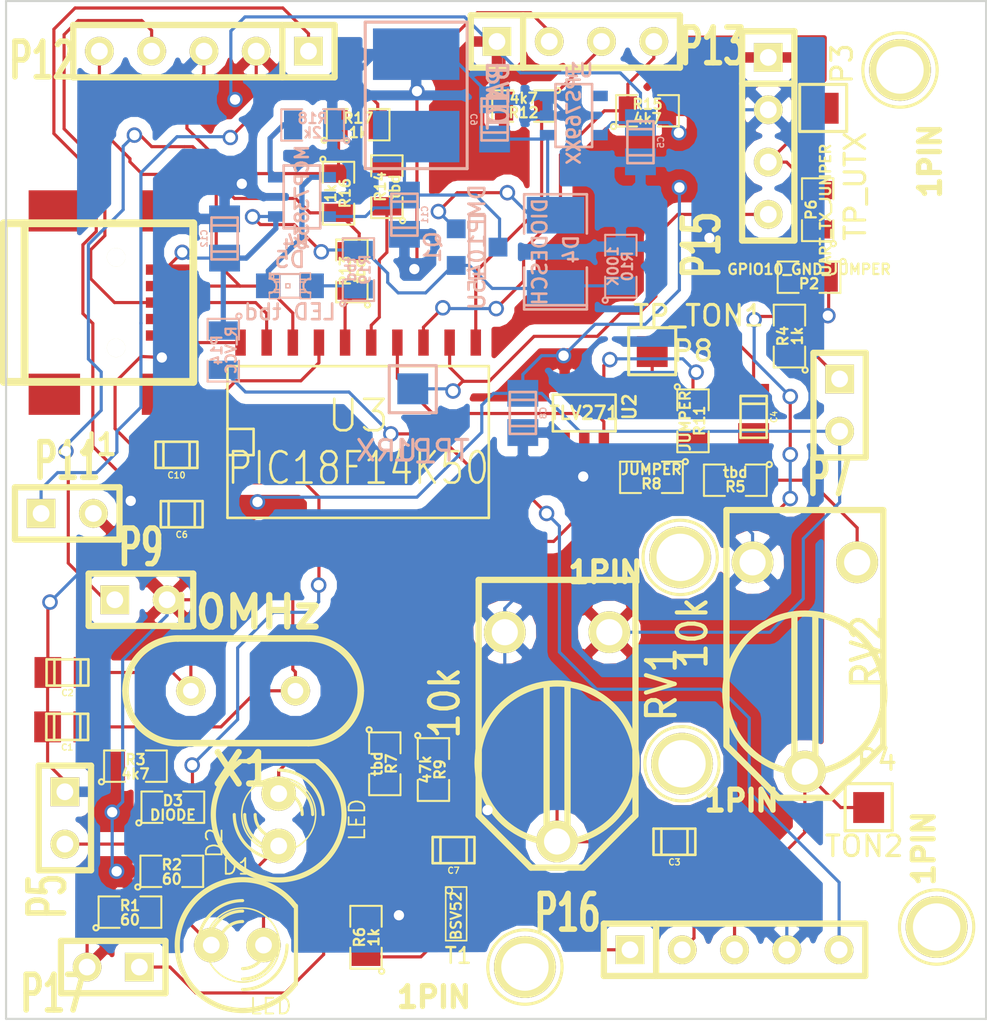
<source format=kicad_pcb>
(kicad_pcb (version 3) (host pcbnew "(2013-07-07 BZR 4022)-stable")
  (layers (15 F.Cu signal) (0 B.Cu signal) (18 B.Paste user) (19 F.Paste user) (20 B.SilkS user) (21 F.SilkS user) (22 B.Mask user) (23 F.Mask user) (28 Edge.Cuts user))
  (net 0 "")
  (net 1 +3.3V)
  (net 2 /AUDIO_IN)
  (net 3 /AUDIO_OUT)
  (net 4 /PTT)
  (net 5 /R_VOUT)
  (net 6 /UART_RX)
  (net 7 /UART_TX)
  (net 8 GND)
  (net 9 N-000001)
  (net 10 N-0000011)
  (net 11 N-0000012)
  (net 12 N-0000014)
  (net 13 N-0000015)
  (net 14 N-0000016)
  (net 15 N-0000017)
  (net 16 N-0000018)
  (net 17 N-0000019)
  (net 18 N-000002)
  (net 19 N-0000020)
  (net 20 N-0000021)
  (net 21 N-0000022)
  (net 22 N-0000023)
  (net 23 N-0000024)
  (net 24 N-0000025)
  (net 25 N-0000026)
  (net 26 N-0000027)
  (net 27 N-0000028)
  (net 28 N-000003)
  (net 29 N-0000030)
  (net 30 N-0000031)
  (net 31 N-0000032)
  (net 32 N-0000037)
  (net 33 N-0000038)
  (net 34 N-0000039)
  (net 35 N-000004)
  (net 36 N-0000042)
  (net 37 N-0000043)
  (net 38 N-0000046)
  (net 39 N-000005)
  (net 40 N-000006)
  (net 41 N-000007)
  (net 42 N-000008)
  (net 43 N-000009)
  (module 1pin (layer F.Cu) (at 148.8186 121.3485 90)
    (fp_text reference 1PIN (at -4.4196 1.4605 90) (layer F.SilkS) (effects (font (size 1.016 1.016) (thickness 0.254))))
    (fp_text value P*** hide)
    (pad 1 thru_hole circle (at 0 0 90) (size 3 3) (drill 2.3) (layers *.Cu *.Mask F.SilkS))
  )
  (module 1pin (layer F.Cu) (at 150.5966 162.9537 270)
    (fp_text reference 1PIN (at -3.8227 0.6223 270) (layer F.SilkS) (effects (font (size 1.016 1.016) (thickness 0.254))))
    (fp_text value P*** hide)
    (pad 1 thru_hole circle (at 0 0 270) (size 3 3) (drill 2.3) (layers *.Cu *.Mask F.SilkS))
  )
  (module USB_MINI_B (layer F.Cu) (at 109.8804 132.6388)
    (fp_text reference J1 (at 0 6.90118) (layer F.SilkS) (effects (font (size 1.016 1.016) (thickness 0.2032))))
    (fp_text value USB_MINI hide)
    (pad 1 smd rect (at 3.44932 -1.6002) (size 2.30124 0.50038) (layers F.Cu F.Paste F.Mask) (net 32 N-0000037))
    (pad 2 smd rect (at 3.44932 -0.8001) (size 2.30124 0.50038) (layers F.Cu F.Paste F.Mask) (net 22 N-0000023))
    (pad 3 smd rect (at 3.44932 0) (size 2.30124 0.50038) (layers F.Cu F.Paste F.Mask) (net 21 N-0000022))
    (pad 4 smd rect (at 3.44932 0.8001) (size 2.30124 0.50038) (layers F.Cu F.Paste F.Mask))
    (pad 5 smd rect (at 3.44932 1.6002) (size 2.30124 0.50038) (layers F.Cu F.Paste F.Mask) (net 8 GND))
    (pad 6 smd rect (at 3.35026 -4.45008) (size 2.49936 1.99898) (layers F.Cu F.Paste F.Mask))
    (pad 7 smd rect (at -2.14884 -4.45008) (size 2.49936 1.99898) (layers F.Cu F.Paste F.Mask))
    (pad 8 smd rect (at 3.35026 4.45008) (size 2.49936 1.99898) (layers F.Cu F.Paste F.Mask))
    (pad 9 smd rect (at -2.14884 4.45008) (size 2.49936 1.99898) (layers F.Cu F.Paste F.Mask))
    (pad "" np_thru_hole circle (at 0.8509 -2.19964) (size 0.89916 0.89916) (drill 0.89916) (layers *.Cu *.Mask F.SilkS))
    (pad "" np_thru_hole circle (at 0.8509 2.19964) (size 0.89916 0.89916) (drill 0.89916) (layers *.Cu *.Mask F.SilkS))
  )
  (module 1pin (layer F.Cu) (at 138.1379 145.0086)
    (fp_text reference 1PIN (at -3.6322 0.7239) (layer F.SilkS) (effects (font (size 1.016 1.016) (thickness 0.254))))
    (fp_text value P*** hide)
    (pad 1 thru_hole circle (at 0 0) (size 3 3) (drill 2.3) (layers *.Cu *.Mask F.SilkS))
  )
  (module 1pin (layer F.Cu) (at 138.2268 155.0289)
    (fp_text reference 1PIN (at 2.8956 1.7907) (layer F.SilkS) (effects (font (size 1.016 1.016) (thickness 0.254))))
    (fp_text value P*** hide)
    (pad 1 thru_hole circle (at 0 0) (size 3 3) (drill 2.3) (layers *.Cu *.Mask F.SilkS))
  )
  (module 1pin (layer F.Cu) (at 130.5941 164.8968)
    (fp_text reference 1PIN (at -4.4196 1.4605) (layer F.SilkS) (effects (font (size 1.016 1.016) (thickness 0.254))))
    (fp_text value P*** hide)
    (pad 1 thru_hole circle (at 0 0) (size 3 3) (drill 2.3) (layers *.Cu *.Mask F.SilkS))
  )
  (module SOT23-5 (layer B.Cu) (at 132.969 123.5583 90)
    (fp_text reference U1 (at 2.19964 0.29972 360) (layer B.SilkS) (effects (font (size 0.635 0.635) (thickness 0.127)) (justify mirror)))
    (fp_text value TPS769XX (at 0 0 90) (layer B.SilkS) (effects (font (size 0.635 0.635) (thickness 0.127)) (justify mirror)))
    (pad 1 smd rect (at -0.9525 -1.27 90) (size 0.508 0.762) (layers B.Cu B.Paste B.Mask) (net 23 N-0000024))
    (pad 3 smd rect (at 0.9525 -1.27 90) (size 0.508 0.762) (layers B.Cu B.Paste B.Mask) (net 8 GND))
    (pad 5 smd rect (at -0.9525 1.27 90) (size 0.508 0.762) (layers B.Cu B.Paste B.Mask) (net 1 +3.3V))
    (pad 2 smd rect (at 0 -1.27 90) (size 0.508 0.762) (layers B.Cu B.Paste B.Mask) (net 8 GND))
    (pad 4 smd rect (at 0.9525 1.27 90) (size 0.508 0.762) (layers B.Cu B.Paste B.Mask))
  )
  (module SOT23-5 (layer B.Cu) (at 119.761 127.508 270)
    (fp_text reference U4 (at 2.19964 0.29972 540) (layer B.SilkS) (effects (font (size 0.635 0.635) (thickness 0.127)) (justify mirror)))
    (fp_text value MCP7383X (at 0 0 270) (layer B.SilkS) (effects (font (size 0.635 0.635) (thickness 0.127)) (justify mirror)))
    (pad 1 smd rect (at -0.9525 -1.27 270) (size 0.508 0.762) (layers B.Cu B.Paste B.Mask) (net 33 N-0000038))
    (pad 3 smd rect (at 0.9525 -1.27 270) (size 0.508 0.762) (layers B.Cu B.Paste B.Mask) (net 27 N-0000028))
    (pad 5 smd rect (at -0.9525 1.27 270) (size 0.508 0.762) (layers B.Cu B.Paste B.Mask) (net 29 N-0000030))
    (pad 2 smd rect (at 0 -1.27 270) (size 0.508 0.762) (layers B.Cu B.Paste B.Mask) (net 8 GND))
    (pad 4 smd rect (at 0.9525 1.27 270) (size 0.508 0.762) (layers B.Cu B.Paste B.Mask) (net 32 N-0000037))
  )
  (module SOT23-5 (layer F.Cu) (at 133.477 137.9982)
    (fp_text reference U2 (at 2.19964 -0.29972 90) (layer F.SilkS) (effects (font (size 0.635 0.635) (thickness 0.127))))
    (fp_text value TLV271 (at 0 0) (layer F.SilkS) (effects (font (size 0.635 0.635) (thickness 0.127))))
    (pad 1 smd rect (at -0.9525 1.27) (size 0.508 0.762) (layers F.Cu F.Paste F.Mask) (net 25 N-0000026))
    (pad 3 smd rect (at 0.9525 1.27) (size 0.508 0.762) (layers F.Cu F.Paste F.Mask) (net 38 N-0000046))
    (pad 5 smd rect (at -0.9525 -1.27) (size 0.508 0.762) (layers F.Cu F.Paste F.Mask) (net 1 +3.3V))
    (pad 2 smd rect (at 0 1.27) (size 0.508 0.762) (layers F.Cu F.Paste F.Mask) (net 8 GND))
    (pad 4 smd rect (at 0.9525 -1.27) (size 0.508 0.762) (layers F.Cu F.Paste F.Mask) (net 24 N-0000025))
  )
  (module SOT23 (layer F.Cu) (at 127.254 162.3441 270)
    (fp_text reference T1 (at 1.99898 -0.09906 360) (layer F.SilkS) (effects (font (size 0.762 0.762) (thickness 0.11938))))
    (fp_text value BSV52 (at 0.0635 0 270) (layer F.SilkS) (effects (font (size 0.50038 0.50038) (thickness 0.09906))))
    (pad 3 smd rect (at 0 -1.09982 270) (size 0.8001 1.00076) (layers F.Cu F.Paste F.Mask) (net 4 /PTT))
    (pad 2 smd rect (at 0.9525 1.09982 270) (size 0.8001 1.00076) (layers F.Cu F.Paste F.Mask) (net 8 GND))
    (pad 1 smd rect (at -0.9525 1.09982 270) (size 0.8001 1.00076) (layers F.Cu F.Paste F.Mask) (net 11 N-0000012))
  )
  (module SO20L (layer F.Cu) (at 122.4915 139.4079)
    (fp_text reference U3 (at 0 -1.27) (layer F.SilkS) (effects (font (size 1.524 1.524) (thickness 0.127))))
    (fp_text value PIC18F14K50 (at 0 1.27) (layer F.SilkS) (effects (font (size 1.524 1.27) (thickness 0.127))))
    (pad 11 smd rect (at 5.715 -4.826) (size 0.508 1.27) (layers F.Cu F.Paste F.Mask) (net 36 N-0000042))
    (pad 12 smd rect (at 4.445 -4.826) (size 0.508 1.27) (layers F.Cu F.Paste F.Mask) (net 6 /UART_RX))
    (pad 13 smd rect (at 3.175 -4.826) (size 0.508 1.27) (layers F.Cu F.Paste F.Mask) (net 37 N-0000043))
    (pad 14 smd rect (at 1.905 -4.826) (size 0.508 1.27) (layers F.Cu F.Paste F.Mask) (net 38 N-0000046))
    (pad 15 smd rect (at 0.635 -4.826) (size 0.508 1.27) (layers F.Cu F.Paste F.Mask) (net 15 N-0000017))
    (pad 16 smd rect (at -0.635 -4.826) (size 0.508 1.27) (layers F.Cu F.Paste F.Mask) (net 16 N-0000018))
    (pad 17 smd rect (at -1.905 -4.826) (size 0.508 1.27) (layers F.Cu F.Paste F.Mask) (net 20 N-0000021))
    (pad 18 smd rect (at -3.175 -4.826) (size 0.508 1.27) (layers F.Cu F.Paste F.Mask) (net 22 N-0000023))
    (pad 19 smd rect (at -4.445 -4.826) (size 0.508 1.27) (layers F.Cu F.Paste F.Mask) (net 21 N-0000022))
    (pad 20 smd rect (at -5.715 -4.826) (size 0.508 1.27) (layers F.Cu F.Paste F.Mask) (net 8 GND))
    (pad 1 smd rect (at -5.715 4.826) (size 0.508 1.27) (layers F.Cu F.Paste F.Mask) (net 1 +3.3V))
    (pad 2 smd rect (at -4.445 4.826) (size 0.508 1.27) (layers F.Cu F.Paste F.Mask) (net 30 N-0000031))
    (pad 3 smd rect (at -3.175 4.826) (size 0.508 1.27) (layers F.Cu F.Paste F.Mask) (net 31 N-0000032))
    (pad 4 smd rect (at -1.905 4.826) (size 0.508 1.27) (layers F.Cu F.Paste F.Mask) (net 40 N-000006))
    (pad 5 smd rect (at -0.635 4.826) (size 0.508 1.27) (layers F.Cu F.Paste F.Mask) (net 12 N-0000014))
    (pad 6 smd rect (at 0.635 4.826) (size 0.508 1.27) (layers F.Cu F.Paste F.Mask) (net 39 N-000005))
    (pad 7 smd rect (at 1.905 4.826) (size 0.508 1.27) (layers F.Cu F.Paste F.Mask) (net 10 N-0000011))
    (pad 8 smd rect (at 3.175 4.826) (size 0.508 1.27) (layers F.Cu F.Paste F.Mask) (net 41 N-000007))
    (pad 9 smd rect (at 4.445 4.826) (size 0.508 1.27) (layers F.Cu F.Paste F.Mask) (net 17 N-0000019))
    (pad 10 smd rect (at 5.715 4.826) (size 0.508 1.27) (layers F.Cu F.Paste F.Mask) (net 14 N-0000016))
  )
  (module SMD_CONN2_PWR (layer B.Cu) (at 129.3114 122.5804 90)
    (fp_text reference P10 (at 0 0 90) (layer B.SilkS) (effects (justify mirror)))
    (fp_text value BATT (at 0 0 90) (layer B.SilkS) (effects (justify mirror)))
    (pad 1 smd rect (at -2 -4 90) (size 2.5 4.2) (layers B.Cu B.Paste B.Mask) (net 27 N-0000028))
    (pad 2 smd rect (at 2 -4 90) (size 2.5 4.2) (layers B.Cu B.Paste B.Mask) (net 8 GND))
  )
  (module SMD_CONN1 (layer F.Cu) (at 145.0848 120.2055)
    (fp_text reference P3 (at 0.9144 0.8382 90) (layer F.SilkS))
    (fp_text value TP_UTX (at 1.5621 6.7818 90) (layer F.SilkS))
    (pad 1 smd rect (at 0 3) (size 1.5 1.5) (layers F.Cu F.Paste F.Mask) (net 7 /UART_TX))
  )
  (module SMD_CONN1 (layer F.Cu) (at 136.779 132.0165)
    (fp_text reference P8 (at 1.9812 2.9718) (layer F.SilkS))
    (fp_text value TP_TON1 (at 2.2479 1.2573) (layer F.SilkS))
    (pad 1 smd rect (at 0 3) (size 1.5 1.5) (layers F.Cu F.Paste F.Mask) (net 38 N-0000046))
  )
  (module SMD_CONN1 (layer B.Cu) (at 125.1458 139.827)
    (fp_text reference P1 (at 0 0) (layer B.SilkS) (effects (justify mirror)))
    (fp_text value TP_URX (at 0 0) (layer B.SilkS) (effects (justify mirror)))
    (pad 1 smd rect (at 0 -3) (size 1.5 1.5) (layers B.Cu B.Paste B.Mask) (net 6 /UART_RX))
  )
  (module SMD_CONN1 (layer F.Cu) (at 147.2946 154.1526)
    (fp_text reference P4 (at 0.3937 0.6858) (layer F.SilkS))
    (fp_text value TON2 (at -0.2159 4.8768) (layer F.SilkS))
    (pad 1 smd rect (at 0 3) (size 1.5 1.5) (layers F.Cu F.Paste F.Mask) (net 3 /AUDIO_OUT))
  )
  (module SM1210L (layer B.Cu) (at 132.08 130.175 90)
    (fp_text reference D4 (at 0.127 0.762 90) (layer B.SilkS) (effects (font (size 0.7 0.7) (thickness 0.127)) (justify mirror)))
    (fp_text value DIODESCH (at 0 -0.762 90) (layer B.SilkS) (effects (font (size 0.7 0.7) (thickness 0.127)) (justify mirror)))
    (pad 1 smd rect (at -1.778 0 90) (size 1.778 2.794) (layers B.Cu B.Paste B.Mask) (net 32 N-0000037))
    (pad 2 smd rect (at 1.778 0 90) (size 1.778 2.794) (layers B.Cu B.Paste B.Mask) (net 23 N-0000024))
  )
  (module SM0805 (layer F.Cu) (at 126.1491 155.3083 270)
    (fp_text reference R9 (at 0 -0.3175 270) (layer F.SilkS) (effects (font (size 0.50038 0.50038) (thickness 0.10922))))
    (fp_text value 47k (at 0 0.381 270) (layer F.SilkS) (effects (font (size 0.50038 0.50038) (thickness 0.10922))))
    (pad 1 smd rect (at -0.9525 0 270) (size 0.889 1.397) (layers F.Cu F.Paste F.Mask) (net 41 N-000007))
    (pad 2 smd rect (at 0.9525 0 270) (size 0.889 1.397) (layers F.Cu F.Paste F.Mask) (net 11 N-0000012))
  )
  (module SM0805 (layer F.Cu) (at 144.8181 128.1303 90)
    (fp_text reference P6 (at 0 -0.3175 90) (layer F.SilkS) (effects (font (size 0.50038 0.50038) (thickness 0.10922))))
    (fp_text value UART_TX_JUMPER (at 0 0.381 90) (layer F.SilkS) (effects (font (size 0.50038 0.50038) (thickness 0.10922))))
    (pad 1 smd rect (at -0.9525 0 90) (size 0.889 1.397) (layers F.Cu F.Paste F.Mask) (net 14 N-0000016))
    (pad 2 smd rect (at 0.9525 0 90) (size 0.889 1.397) (layers F.Cu F.Paste F.Mask) (net 7 /UART_TX))
  )
  (module SM0805 (layer F.Cu) (at 121.539 127.3302 270)
    (fp_text reference R16 (at 0 -0.3175 270) (layer F.SilkS) (effects (font (size 0.50038 0.50038) (thickness 0.10922))))
    (fp_text value 1k (at 0 0.381 270) (layer F.SilkS) (effects (font (size 0.50038 0.50038) (thickness 0.10922))))
    (pad 1 smd rect (at -0.9525 0 270) (size 0.889 1.397) (layers F.Cu F.Paste F.Mask) (net 8 GND))
    (pad 2 smd rect (at 0.9525 0 270) (size 0.889 1.397) (layers F.Cu F.Paste F.Mask) (net 43 N-000009))
  )
  (module SM0805 (layer F.Cu) (at 136.5504 123.3297)
    (fp_text reference R15 (at 0 -0.3175) (layer F.SilkS) (effects (font (size 0.50038 0.50038) (thickness 0.10922))))
    (fp_text value 4k7 (at 0 0.381) (layer F.SilkS) (effects (font (size 0.50038 0.50038) (thickness 0.10922))))
    (pad 1 smd rect (at -0.9525 0) (size 0.889 1.397) (layers F.Cu F.Paste F.Mask) (net 37 N-0000043))
    (pad 2 smd rect (at 0.9525 0) (size 0.889 1.397) (layers F.Cu F.Paste F.Mask) (net 1 +3.3V))
  )
  (module SM0805 (layer F.Cu) (at 130.5306 123.1011 180)
    (fp_text reference R12 (at 0 -0.3175 180) (layer F.SilkS) (effects (font (size 0.50038 0.50038) (thickness 0.10922))))
    (fp_text value 4k7 (at 0 0.381 180) (layer F.SilkS) (effects (font (size 0.50038 0.50038) (thickness 0.10922))))
    (pad 1 smd rect (at -0.9525 0 180) (size 0.889 1.397) (layers F.Cu F.Paste F.Mask) (net 36 N-0000042))
    (pad 2 smd rect (at 0.9525 0 180) (size 0.889 1.397) (layers F.Cu F.Paste F.Mask) (net 1 +3.3V))
  )
  (module SM0805 (layer F.Cu) (at 122.1867 131.1021 90)
    (fp_text reference R13 (at 0 -0.3175 90) (layer F.SilkS) (effects (font (size 0.50038 0.50038) (thickness 0.10922))))
    (fp_text value tbd (at 0 0.381 90) (layer F.SilkS) (effects (font (size 0.50038 0.50038) (thickness 0.10922))))
    (pad 1 smd rect (at -0.9525 0 90) (size 0.889 1.397) (layers F.Cu F.Paste F.Mask) (net 16 N-0000018))
    (pad 2 smd rect (at 0.9525 0 90) (size 0.889 1.397) (layers F.Cu F.Paste F.Mask) (net 43 N-000009))
  )
  (module SM0805 (layer F.Cu) (at 122.8725 163.449 90)
    (fp_text reference R6 (at 0 -0.3175 90) (layer F.SilkS) (effects (font (size 0.50038 0.50038) (thickness 0.10922))))
    (fp_text value 1k (at 0 0.381 90) (layer F.SilkS) (effects (font (size 0.50038 0.50038) (thickness 0.10922))))
    (pad 1 smd rect (at -0.9525 0 90) (size 0.889 1.397) (layers F.Cu F.Paste F.Mask) (net 8 GND))
    (pad 2 smd rect (at 0.9525 0 90) (size 0.889 1.397) (layers F.Cu F.Paste F.Mask) (net 19 N-0000020))
  )
  (module SM0805 (layer F.Cu) (at 123.7869 155.0289 270)
    (fp_text reference R7 (at 0 -0.3175 270) (layer F.SilkS) (effects (font (size 0.50038 0.50038) (thickness 0.10922))))
    (fp_text value tbd (at 0 0.381 270) (layer F.SilkS) (effects (font (size 0.50038 0.50038) (thickness 0.10922))))
    (pad 1 smd rect (at -0.9525 0 270) (size 0.889 1.397) (layers F.Cu F.Paste F.Mask) (net 10 N-0000011))
    (pad 2 smd rect (at 0.9525 0 270) (size 0.889 1.397) (layers F.Cu F.Paste F.Mask) (net 19 N-0000020))
  )
  (module SM0805 (layer F.Cu) (at 113.4364 160.2486)
    (fp_text reference R2 (at 0 -0.3175) (layer F.SilkS) (effects (font (size 0.50038 0.50038) (thickness 0.10922))))
    (fp_text value 60 (at 0 0.381) (layer F.SilkS) (effects (font (size 0.50038 0.50038) (thickness 0.10922))))
    (pad 1 smd rect (at -0.9525 0) (size 0.889 1.397) (layers F.Cu F.Paste F.Mask) (net 1 +3.3V))
    (pad 2 smd rect (at 0.9525 0) (size 0.889 1.397) (layers F.Cu F.Paste F.Mask) (net 18 N-000002))
  )
  (module SM0805 (layer F.Cu) (at 111.4044 162.2298)
    (fp_text reference R1 (at 0 -0.3175) (layer F.SilkS) (effects (font (size 0.50038 0.50038) (thickness 0.10922))))
    (fp_text value 60 (at 0 0.381) (layer F.SilkS) (effects (font (size 0.50038 0.50038) (thickness 0.10922))))
    (pad 1 smd rect (at -0.9525 0) (size 0.889 1.397) (layers F.Cu F.Paste F.Mask) (net 1 +3.3V))
    (pad 2 smd rect (at 0.9525 0) (size 0.889 1.397) (layers F.Cu F.Paste F.Mask) (net 9 N-000001))
  )
  (module SM0805 (layer F.Cu) (at 144.399 131.4069 180)
    (fp_text reference P2 (at 0 -0.3175 180) (layer F.SilkS) (effects (font (size 0.50038 0.50038) (thickness 0.10922))))
    (fp_text value GPIO10_GND_JUMPER (at 0 0.381 180) (layer F.SilkS) (effects (font (size 0.50038 0.50038) (thickness 0.10922))))
    (pad 1 smd rect (at -0.9525 0 180) (size 0.889 1.397) (layers F.Cu F.Paste F.Mask) (net 8 GND))
    (pad 2 smd rect (at 0.9525 0 180) (size 0.889 1.397) (layers F.Cu F.Paste F.Mask) (net 14 N-0000016))
  )
  (module SM0805 (layer F.Cu) (at 123.8885 127.0127 90)
    (fp_text reference R14 (at 0 -0.3175 90) (layer F.SilkS) (effects (font (size 0.50038 0.50038) (thickness 0.10922))))
    (fp_text value tbd (at 0 0.381 90) (layer F.SilkS) (effects (font (size 0.50038 0.50038) (thickness 0.10922))))
    (pad 1 smd rect (at -0.9525 0 90) (size 0.889 1.397) (layers F.Cu F.Paste F.Mask) (net 15 N-0000017))
    (pad 2 smd rect (at 0.9525 0 90) (size 0.889 1.397) (layers F.Cu F.Paste F.Mask) (net 42 N-000008))
  )
  (module SM0805 (layer F.Cu) (at 143.4465 134.2644 90)
    (fp_text reference R4 (at 0 -0.3175 90) (layer F.SilkS) (effects (font (size 0.50038 0.50038) (thickness 0.10922))))
    (fp_text value 1k (at 0 0.381 90) (layer F.SilkS) (effects (font (size 0.50038 0.50038) (thickness 0.10922))))
    (pad 1 smd rect (at -0.9525 0 90) (size 0.889 1.397) (layers F.Cu F.Paste F.Mask) (net 13 N-0000015))
    (pad 2 smd rect (at 0.9525 0 90) (size 0.889 1.397) (layers F.Cu F.Paste F.Mask) (net 14 N-0000016))
  )
  (module SM0805 (layer F.Cu) (at 122.4915 124.0028)
    (fp_text reference R17 (at 0 -0.3175) (layer F.SilkS) (effects (font (size 0.50038 0.50038) (thickness 0.10922))))
    (fp_text value 1k (at 0 0.381) (layer F.SilkS) (effects (font (size 0.50038 0.50038) (thickness 0.10922))))
    (pad 1 smd rect (at -0.9525 0) (size 0.889 1.397) (layers F.Cu F.Paste F.Mask) (net 8 GND))
    (pad 2 smd rect (at 0.9525 0) (size 0.889 1.397) (layers F.Cu F.Paste F.Mask) (net 42 N-000008))
  )
  (module SM0805 (layer F.Cu) (at 113.4872 157.1371)
    (fp_text reference D3 (at 0 -0.3175) (layer F.SilkS) (effects (font (size 0.50038 0.50038) (thickness 0.10922))))
    (fp_text value DIODE (at 0 0.381) (layer F.SilkS) (effects (font (size 0.50038 0.50038) (thickness 0.10922))))
    (pad 1 smd rect (at -0.9525 0) (size 0.889 1.397) (layers F.Cu F.Paste F.Mask) (net 28 N-000003))
    (pad 2 smd rect (at 0.9525 0) (size 0.889 1.397) (layers F.Cu F.Paste F.Mask) (net 40 N-000006))
  )
  (module SM0805 (layer F.Cu) (at 111.6711 155.1432)
    (fp_text reference R3 (at 0 -0.3175) (layer F.SilkS) (effects (font (size 0.50038 0.50038) (thickness 0.10922))))
    (fp_text value 4k7 (at 0 0.381) (layer F.SilkS) (effects (font (size 0.50038 0.50038) (thickness 0.10922))))
    (pad 1 smd rect (at -0.9525 0) (size 0.889 1.397) (layers F.Cu F.Paste F.Mask) (net 1 +3.3V))
    (pad 2 smd rect (at 0.9525 0) (size 0.889 1.397) (layers F.Cu F.Paste F.Mask) (net 28 N-000003))
  )
  (module SM0805 (layer F.Cu) (at 140.8176 141.2621 180)
    (fp_text reference R5 (at 0 -0.3175 180) (layer F.SilkS) (effects (font (size 0.50038 0.50038) (thickness 0.10922))))
    (fp_text value tbd (at 0 0.381 180) (layer F.SilkS) (effects (font (size 0.50038 0.50038) (thickness 0.10922))))
    (pad 1 smd rect (at -0.9525 0 180) (size 0.889 1.397) (layers F.Cu F.Paste F.Mask) (net 35 N-000004))
    (pad 2 smd rect (at 0.9525 0 180) (size 0.889 1.397) (layers F.Cu F.Paste F.Mask) (net 26 N-0000027))
  )
  (module SM0805 (layer F.Cu) (at 136.7409 141.1224 180)
    (fp_text reference R8 (at 0 -0.3175 180) (layer F.SilkS) (effects (font (size 0.50038 0.50038) (thickness 0.10922))))
    (fp_text value JUMPER (at 0 0.381 180) (layer F.SilkS) (effects (font (size 0.50038 0.50038) (thickness 0.10922))))
    (pad 1 smd rect (at -0.9525 0 180) (size 0.889 1.397) (layers F.Cu F.Paste F.Mask) (net 26 N-0000027))
    (pad 2 smd rect (at 0.9525 0 180) (size 0.889 1.397) (layers F.Cu F.Paste F.Mask) (net 25 N-0000026))
  )
  (module SM0805 (layer F.Cu) (at 138.7602 138.3792 270)
    (fp_text reference R11 (at 0 -0.3175 270) (layer F.SilkS) (effects (font (size 0.50038 0.50038) (thickness 0.10922))))
    (fp_text value JUMPER (at 0 0.381 270) (layer F.SilkS) (effects (font (size 0.50038 0.50038) (thickness 0.10922))))
    (pad 1 smd rect (at -0.9525 0 270) (size 0.889 1.397) (layers F.Cu F.Paste F.Mask) (net 24 N-0000025))
    (pad 2 smd rect (at 0.9525 0 270) (size 0.889 1.397) (layers F.Cu F.Paste F.Mask) (net 26 N-0000027))
  )
  (module SM0805 (layer B.Cu) (at 120.2817 124.0155 180)
    (fp_text reference R18 (at 0 0.3175 180) (layer B.SilkS) (effects (font (size 0.50038 0.50038) (thickness 0.10922)) (justify mirror)))
    (fp_text value 2k (at 0 -0.381 180) (layer B.SilkS) (effects (font (size 0.50038 0.50038) (thickness 0.10922)) (justify mirror)))
    (pad 1 smd rect (at -0.9525 0 180) (size 0.889 1.397) (layers B.Cu B.Paste B.Mask) (net 8 GND))
    (pad 2 smd rect (at 0.9525 0 180) (size 0.889 1.397) (layers B.Cu B.Paste B.Mask) (net 29 N-0000030))
  )
  (module SM0805 (layer B.Cu) (at 115.9383 134.9502 270)
    (fp_text reference P14 (at 0 0.3175 270) (layer B.SilkS) (effects (font (size 0.50038 0.50038) (thickness 0.10922)) (justify mirror)))
    (fp_text value R_VCC (at 0 -0.381 270) (layer B.SilkS) (effects (font (size 0.50038 0.50038) (thickness 0.10922)) (justify mirror)))
    (pad 1 smd rect (at -0.9525 0 270) (size 0.889 1.397) (layers B.Cu B.Paste B.Mask) (net 32 N-0000037))
    (pad 2 smd rect (at 0.9525 0 270) (size 0.889 1.397) (layers B.Cu B.Paste B.Mask) (net 5 /R_VOUT))
  )
  (module SM0805 (layer B.Cu) (at 122.5042 131.0386 90)
    (fp_text reference R19 (at 0 0.3175 90) (layer B.SilkS) (effects (font (size 0.50038 0.50038) (thickness 0.10922)) (justify mirror)))
    (fp_text value tbd (at 0 -0.381 90) (layer B.SilkS) (effects (font (size 0.50038 0.50038) (thickness 0.10922)) (justify mirror)))
    (pad 1 smd rect (at -0.9525 0 90) (size 0.889 1.397) (layers B.Cu B.Paste B.Mask) (net 34 N-0000039))
    (pad 2 smd rect (at 0.9525 0 90) (size 0.889 1.397) (layers B.Cu B.Paste B.Mask) (net 32 N-0000037))
  )
  (module SM0805 (layer B.Cu) (at 135.255 130.8735 90)
    (fp_text reference R10 (at 0 0.3175 90) (layer B.SilkS) (effects (font (size 0.50038 0.50038) (thickness 0.10922)) (justify mirror)))
    (fp_text value 100K (at 0 -0.381 90) (layer B.SilkS) (effects (font (size 0.50038 0.50038) (thickness 0.10922)) (justify mirror)))
    (pad 1 smd rect (at -0.9525 0 90) (size 0.889 1.397) (layers B.Cu B.Paste B.Mask) (net 32 N-0000037))
    (pad 2 smd rect (at 0.9525 0 90) (size 0.889 1.397) (layers B.Cu B.Paste B.Mask) (net 8 GND))
  )
  (module SIL-5 (layer F.Cu) (at 113.7285 120.4341 180)
    (fp_text reference P12 (at 6.5913 -0.4572 180) (layer F.SilkS) (effects (font (size 1.72974 1.08712) (thickness 0.3048))))
    (fp_text value ICSP_CONN5 hide)
    (pad 1 thru_hole rect (at -6.35 0 180) (size 1.397 1.397) (drill 0.8128) (layers *.Cu *.Mask F.SilkS) (net 40 N-000006))
    (pad 2 thru_hole circle (at -3.81 0 180) (size 1.397 1.397) (drill 0.8128) (layers *.Cu *.Mask F.SilkS) (net 1 +3.3V))
    (pad 3 thru_hole circle (at -1.27 0 180) (size 1.397 1.397) (drill 0.8128) (layers *.Cu *.Mask F.SilkS) (net 8 GND))
    (pad 4 thru_hole circle (at 1.27 0 180) (size 1.397 1.397) (drill 0.8128) (layers *.Cu *.Mask F.SilkS) (net 21 N-0000022))
    (pad 5 thru_hole circle (at 3.81 0 180) (size 1.397 1.397) (drill 0.8128) (layers *.Cu *.Mask F.SilkS) (net 22 N-0000023))
  )
  (module SIL-5 (layer F.Cu) (at 142.0495 164.0586)
    (fp_text reference P16 (at -9.3853 -1.7907) (layer F.SilkS) (effects (font (size 1.72974 1.08712) (thickness 0.3048))))
    (fp_text value RADIO_DE9 hide)
    (pad 1 thru_hole rect (at -6.35 0) (size 1.397 1.397) (drill 0.8128) (layers *.Cu *.Mask F.SilkS) (net 4 /PTT))
    (pad 2 thru_hole circle (at -3.81 0) (size 1.397 1.397) (drill 0.8128) (layers *.Cu *.Mask F.SilkS) (net 2 /AUDIO_IN))
    (pad 3 thru_hole circle (at -1.27 0) (size 1.397 1.397) (drill 0.8128) (layers *.Cu *.Mask F.SilkS) (net 3 /AUDIO_OUT))
    (pad 4 thru_hole circle (at 1.27 0) (size 1.397 1.397) (drill 0.8128) (layers *.Cu *.Mask F.SilkS) (net 8 GND))
    (pad 5 thru_hole circle (at 3.81 0) (size 1.397 1.397) (drill 0.8128) (layers *.Cu *.Mask F.SilkS) (net 5 /R_VOUT))
  )
  (module SIL-4 (layer F.Cu) (at 133.0452 119.9642)
    (fp_text reference P13 (at 6.6675 0.2413) (layer F.SilkS) (effects (font (size 1.73482 1.08712) (thickness 0.3048))))
    (fp_text value I2C_SCREEN hide)
    (pad 1 thru_hole rect (at -3.81 0) (size 1.397 1.397) (drill 0.8128) (layers *.Cu *.Mask F.SilkS) (net 1 +3.3V))
    (pad 2 thru_hole circle (at -1.27 0) (size 1.397 1.397) (drill 0.8128) (layers *.Cu *.Mask F.SilkS) (net 8 GND))
    (pad 3 thru_hole circle (at 1.27 0) (size 1.397 1.397) (drill 0.8128) (layers *.Cu *.Mask F.SilkS) (net 36 N-0000042))
    (pad 4 thru_hole circle (at 3.81 0) (size 1.397 1.397) (drill 0.8128) (layers *.Cu *.Mask F.SilkS) (net 37 N-0000043))
  )
  (module SIL-4 (layer F.Cu) (at 142.4178 124.5489 270)
    (fp_text reference P15 (at 5.2959 3.2385 270) (layer F.SilkS) (effects (font (size 1.73482 1.08712) (thickness 0.3048))))
    (fp_text value GPS_DE9 hide)
    (pad 1 thru_hole rect (at -3.81 0 270) (size 1.397 1.397) (drill 0.8128) (layers *.Cu *.Mask F.SilkS) (net 1 +3.3V))
    (pad 2 thru_hole circle (at -1.27 0 270) (size 1.397 1.397) (drill 0.8128) (layers *.Cu *.Mask F.SilkS) (net 8 GND))
    (pad 3 thru_hole circle (at 1.27 0 270) (size 1.397 1.397) (drill 0.8128) (layers *.Cu *.Mask F.SilkS) (net 7 /UART_TX))
    (pad 4 thru_hole circle (at 3.81 0 270) (size 1.397 1.397) (drill 0.8128) (layers *.Cu *.Mask F.SilkS) (net 6 /UART_RX))
  )
  (module SIL-2 (layer F.Cu) (at 108.3564 142.875)
    (fp_text reference P11 (at 0 -2.54) (layer F.SilkS) (effects (font (size 1.72974 1.08712) (thickness 0.3048))))
    (fp_text value MBUTTON2 hide)
    (pad 1 thru_hole rect (at -1.27 0) (size 1.397 1.397) (drill 0.8128) (layers *.Cu *.Mask F.SilkS) (net 42 N-000008))
    (pad 2 thru_hole circle (at 1.27 0) (size 1.397 1.397) (drill 0.8128) (layers *.Cu *.Mask F.SilkS) (net 1 +3.3V))
  )
  (module SIL-2 (layer F.Cu) (at 111.9378 147.066)
    (fp_text reference P9 (at 0 -2.54) (layer F.SilkS) (effects (font (size 1.72974 1.08712) (thickness 0.3048))))
    (fp_text value MBUTTON1 hide)
    (pad 1 thru_hole rect (at -1.27 0) (size 1.397 1.397) (drill 0.8128) (layers *.Cu *.Mask F.SilkS) (net 43 N-000009))
    (pad 2 thru_hole circle (at 1.27 0) (size 1.397 1.397) (drill 0.8128) (layers *.Cu *.Mask F.SilkS) (net 1 +3.3V))
  )
  (module SIL-2 (layer F.Cu) (at 145.8849 137.6172 270)
    (fp_text reference P7 (at 3.5052 0.4953 360) (layer F.SilkS) (effects (font (size 1.72974 1.08712) (thickness 0.3048))))
    (fp_text value MBUTTON3 hide)
    (pad 1 thru_hole rect (at -1.27 0 270) (size 1.397 1.397) (drill 0.8128) (layers *.Cu *.Mask F.SilkS) (net 13 N-0000015))
    (pad 2 thru_hole circle (at 1.27 0 270) (size 1.397 1.397) (drill 0.8128) (layers *.Cu *.Mask F.SilkS) (net 1 +3.3V))
  )
  (module SIL-2 (layer F.Cu) (at 108.2421 157.6578 270)
    (fp_text reference P5 (at 3.81 0.8509 270) (layer F.SilkS) (effects (font (size 1.72974 1.08712) (thickness 0.3048))))
    (fp_text value RESET_CONN_2 hide)
    (pad 1 thru_hole rect (at -1.27 0 270) (size 1.397 1.397) (drill 0.8128) (layers *.Cu *.Mask F.SilkS) (net 8 GND))
    (pad 2 thru_hole circle (at 1.27 0 270) (size 1.397 1.397) (drill 0.8128) (layers *.Cu *.Mask F.SilkS) (net 40 N-000006))
  )
  (module RV2X4 (layer F.Cu) (at 132.1562 153.7208 270)
    (fp_text reference RV1 (at -2.54 -5.08 270) (layer F.SilkS) (effects (font (size 1.397 1.27) (thickness 0.2032))))
    (fp_text value 10k (at -1.651 5.461 270) (layer F.SilkS) (effects (font (size 1.397 1.27) (thickness 0.2032))))
    (pad 1 thru_hole circle (at -5.08 -2.54 270) (size 2.032 2.032) (drill 1.27) (layers *.Cu *.Mask F.SilkS) (net 1 +3.3V))
    (pad 2 thru_hole circle (at 5.08 0 270) (size 2.032 2.032) (drill 1.27) (layers *.Cu *.Mask F.SilkS) (net 17 N-0000019))
    (pad 3 thru_hole circle (at -5.08 2.54 270) (size 2.032 2.032) (drill 1.27) (layers *.Cu *.Mask F.SilkS) (net 8 GND))
  )
  (module RV2X4 (layer F.Cu) (at 144.1958 150.3299 270)
    (fp_text reference RV2 (at -0.7366 -2.9972 270) (layer F.SilkS) (effects (font (size 1.397 1.27) (thickness 0.2032))))
    (fp_text value 10k (at -1.651 5.461 270) (layer F.SilkS) (effects (font (size 1.397 1.27) (thickness 0.2032))))
    (pad 1 thru_hole circle (at -5.08 -2.54 270) (size 2.032 2.032) (drill 1.27) (layers *.Cu *.Mask F.SilkS) (net 35 N-000004))
    (pad 2 thru_hole circle (at 5.08 0 270) (size 2.032 2.032) (drill 1.27) (layers *.Cu *.Mask F.SilkS) (net 3 /AUDIO_OUT))
    (pad 3 thru_hole circle (at -5.08 2.54 270) (size 2.032 2.032) (drill 1.27) (layers *.Cu *.Mask F.SilkS) (net 8 GND))
  )
  (module LED-5MM (layer F.Cu) (at 116.6241 163.83)
    (fp_text reference D1 (at 0 -3.81) (layer F.SilkS) (effects (font (size 0.762 0.762) (thickness 0.0889))))
    (fp_text value LED (at 1.6129 2.9718) (layer F.SilkS) (effects (font (size 0.762 0.762) (thickness 0.0889))))
    (pad 1 thru_hole circle (at -1.27 0) (size 1.6764 1.6764) (drill 0.8128) (layers *.Cu *.Mask F.SilkS) (net 9 N-000001))
    (pad 2 thru_hole circle (at 1.27 0) (size 1.6764 1.6764) (drill 0.8128) (layers *.Cu *.Mask F.SilkS) (net 39 N-000005))
  )
  (module LED-5MM (layer F.Cu) (at 118.6307 157.7467 90)
    (fp_text reference D2 (at -1.1176 -3.1242 90) (layer F.SilkS) (effects (font (size 0.762 0.762) (thickness 0.0889))))
    (fp_text value LED (at 0 3.81 90) (layer F.SilkS) (effects (font (size 0.762 0.762) (thickness 0.0889))))
    (pad 1 thru_hole circle (at -1.27 0 90) (size 1.6764 1.6764) (drill 0.8128) (layers *.Cu *.Mask F.SilkS) (net 18 N-000002))
    (pad 2 thru_hole circle (at 1.27 0 90) (size 1.6764 1.6764) (drill 0.8128) (layers *.Cu *.Mask F.SilkS) (net 12 N-0000014))
  )
  (module LED-0805 (layer B.Cu) (at 119.1768 131.826 180)
    (fp_text reference D5 (at 0 1.27 180) (layer B.SilkS) (effects (font (size 0.762 0.762) (thickness 0.127)) (justify mirror)))
    (fp_text value "LED tbd" (at 0 -1.27 180) (layer B.SilkS) (effects (font (size 0.762 0.762) (thickness 0.127)) (justify mirror)))
    (pad 1 smd rect (at -1.04902 0 180) (size 1.19888 1.19888) (layers B.Cu B.Paste B.Mask) (net 34 N-0000039))
    (pad 2 smd rect (at 1.04902 0 180) (size 1.19888 1.19888) (layers B.Cu B.Paste B.Mask) (net 33 N-0000038))
  )
  (module HC-49V (layer F.Cu) (at 116.9035 151.4856 180)
    (fp_text reference X1 (at 0 -3.81 180) (layer F.SilkS) (effects (font (size 1.524 1.524) (thickness 0.3048))))
    (fp_text value 10MHz (at 0 3.81 180) (layer F.SilkS) (effects (font (size 1.524 1.524) (thickness 0.3048))))
    (pad 1 thru_hole circle (at -2.54 0 180) (size 1.4224 1.4224) (drill 0.762) (layers *.Cu *.Mask F.SilkS) (net 31 N-0000032))
    (pad 2 thru_hole circle (at 2.54 0 180) (size 1.4224 1.4224) (drill 0.762) (layers *.Cu *.Mask F.SilkS) (net 30 N-0000031))
  )
  (module c_0805 (layer F.Cu) (at 113.919 142.9131 180)
    (fp_text reference C6 (at 0 -0.9906 180) (layer F.SilkS) (effects (font (size 0.29972 0.29972) (thickness 0.06096))))
    (fp_text value CSMALL hide)
    (pad 1 smd rect (at 0.9525 0 180) (size 1.30048 1.4986) (layers F.Cu F.Paste F.Mask) (net 8 GND))
    (pad 2 smd rect (at -0.9525 0 180) (size 1.30048 1.4986) (layers F.Cu F.Paste F.Mask) (net 1 +3.3V))
  )
  (module c_0805 (layer F.Cu) (at 127.127 159.2199 180)
    (fp_text reference C7 (at 0 -0.9906 180) (layer F.SilkS) (effects (font (size 0.29972 0.29972) (thickness 0.06096))))
    (fp_text value 0uF1 hide)
    (pad 1 smd rect (at 0.9525 0 180) (size 1.30048 1.4986) (layers F.Cu F.Paste F.Mask) (net 11 N-0000012))
    (pad 2 smd rect (at -0.9525 0 180) (size 1.30048 1.4986) (layers F.Cu F.Paste F.Mask) (net 8 GND))
  )
  (module c_0805 (layer F.Cu) (at 113.665 140.0302 180)
    (fp_text reference C10 (at 0 -0.9906 180) (layer F.SilkS) (effects (font (size 0.29972 0.29972) (thickness 0.06096))))
    (fp_text value 270nF hide)
    (pad 1 smd rect (at 0.9525 0 180) (size 1.30048 1.4986) (layers F.Cu F.Paste F.Mask) (net 8 GND))
    (pad 2 smd rect (at -0.9525 0 180) (size 1.30048 1.4986) (layers F.Cu F.Paste F.Mask) (net 20 N-0000021))
  )
  (module c_0805 (layer B.Cu) (at 124.7394 128.3716 90)
    (fp_text reference C11 (at 0 0.9906 90) (layer B.SilkS) (effects (font (size 0.29972 0.29972) (thickness 0.06096)) (justify mirror)))
    (fp_text value 4uF7 hide)
    (pad 1 smd rect (at 0.9525 0 90) (size 1.30048 1.4986) (layers B.Cu B.Paste B.Mask) (net 27 N-0000028))
    (pad 2 smd rect (at -0.9525 0 90) (size 1.30048 1.4986) (layers B.Cu B.Paste B.Mask) (net 8 GND))
  )
  (module c_0805 (layer F.Cu) (at 137.8585 158.8135 180)
    (fp_text reference C3 (at 0 -0.9906 180) (layer F.SilkS) (effects (font (size 0.29972 0.29972) (thickness 0.06096))))
    (fp_text value 0uF1 hide)
    (pad 1 smd rect (at 0.9525 0 180) (size 1.30048 1.4986) (layers F.Cu F.Paste F.Mask) (net 17 N-0000019))
    (pad 2 smd rect (at -0.9525 0 180) (size 1.30048 1.4986) (layers F.Cu F.Paste F.Mask) (net 2 /AUDIO_IN))
  )
  (module c_0805 (layer F.Cu) (at 108.3564 153.2382 180)
    (fp_text reference C1 (at 0 -0.9906 180) (layer F.SilkS) (effects (font (size 0.29972 0.29972) (thickness 0.06096))))
    (fp_text value 15pF hide)
    (pad 1 smd rect (at 0.9525 0 180) (size 1.30048 1.4986) (layers F.Cu F.Paste F.Mask) (net 8 GND))
    (pad 2 smd rect (at -0.9525 0 180) (size 1.30048 1.4986) (layers F.Cu F.Paste F.Mask) (net 31 N-0000032))
  )
  (module c_0805 (layer F.Cu) (at 108.3691 150.5966 180)
    (fp_text reference C2 (at 0 -0.9906 180) (layer F.SilkS) (effects (font (size 0.29972 0.29972) (thickness 0.06096))))
    (fp_text value 15pF hide)
    (pad 1 smd rect (at 0.9525 0 180) (size 1.30048 1.4986) (layers F.Cu F.Paste F.Mask) (net 8 GND))
    (pad 2 smd rect (at -0.9525 0 180) (size 1.30048 1.4986) (layers F.Cu F.Paste F.Mask) (net 30 N-0000031))
  )
  (module c_0805 (layer B.Cu) (at 130.4925 137.9982 90)
    (fp_text reference C8 (at 0 0.9906 90) (layer B.SilkS) (effects (font (size 0.29972 0.29972) (thickness 0.06096)) (justify mirror)))
    (fp_text value tbd hide)
    (pad 1 smd rect (at 0.9525 0 90) (size 1.30048 1.4986) (layers B.Cu B.Paste B.Mask) (net 1 +3.3V))
    (pad 2 smd rect (at -0.9525 0 90) (size 1.30048 1.4986) (layers B.Cu B.Paste B.Mask) (net 8 GND))
  )
  (module c_0805 (layer F.Cu) (at 141.7066 138.1887 270)
    (fp_text reference C4 (at 0 -0.9906 270) (layer F.SilkS) (effects (font (size 0.29972 0.29972) (thickness 0.06096))))
    (fp_text value tbd hide)
    (pad 1 smd rect (at 0.9525 0 270) (size 1.30048 1.4986) (layers F.Cu F.Paste F.Mask) (net 35 N-000004))
    (pad 2 smd rect (at -0.9525 0 270) (size 1.30048 1.4986) (layers F.Cu F.Paste F.Mask) (net 8 GND))
  )
  (module c_0805 (layer B.Cu) (at 136.2075 124.8537 90)
    (fp_text reference C5 (at 0 0.9906 90) (layer B.SilkS) (effects (font (size 0.29972 0.29972) (thickness 0.06096)) (justify mirror)))
    (fp_text value 4uF7 hide)
    (pad 1 smd rect (at 0.9525 0 90) (size 1.30048 1.4986) (layers B.Cu B.Paste B.Mask) (net 1 +3.3V))
    (pad 2 smd rect (at -0.9525 0 90) (size 1.30048 1.4986) (layers B.Cu B.Paste B.Mask) (net 8 GND))
  )
  (module c_0805 (layer B.Cu) (at 129.1209 123.7488 270)
    (fp_text reference C9 (at 0 0.9906 270) (layer B.SilkS) (effects (font (size 0.29972 0.29972) (thickness 0.06096)) (justify mirror)))
    (fp_text value 1uF hide)
    (pad 1 smd rect (at 0.9525 0 270) (size 1.30048 1.4986) (layers B.Cu B.Paste B.Mask) (net 23 N-0000024))
    (pad 2 smd rect (at -0.9525 0 270) (size 1.30048 1.4986) (layers B.Cu B.Paste B.Mask) (net 8 GND))
  )
  (module c_0805 (layer B.Cu) (at 116.0018 129.5273 270)
    (fp_text reference C12 (at 0 0.9906 270) (layer B.SilkS) (effects (font (size 0.29972 0.29972) (thickness 0.06096)) (justify mirror)))
    (fp_text value 4uF7 hide)
    (pad 1 smd rect (at 0.9525 0 270) (size 1.30048 1.4986) (layers B.Cu B.Paste B.Mask) (net 32 N-0000037))
    (pad 2 smd rect (at -0.9525 0 270) (size 1.30048 1.4986) (layers B.Cu B.Paste B.Mask) (net 8 GND))
  )
  (module SOT23GDS (layer B.Cu) (at 128.27 129.9464 270)
    (fp_text reference Q1 (at 0 2.159 270) (layer B.SilkS) (effects (font (size 0.762 0.762) (thickness 0.12954)) (justify mirror)))
    (fp_text value DMP1045U (at 0 0 270) (layer B.SilkS) (effects (font (size 0.762 0.762) (thickness 0.12954)) (justify mirror)))
    (pad S smd rect (at -0.889 1.016 270) (size 0.9144 0.9144) (layers B.Cu B.Paste B.Mask) (net 23 N-0000024))
    (pad G smd rect (at 0.889 1.016 270) (size 0.9144 0.9144) (layers B.Cu B.Paste B.Mask) (net 32 N-0000037))
    (pad D smd rect (at 0 -1.016 270) (size 0.9144 0.9144) (layers B.Cu B.Paste B.Mask) (net 27 N-0000028))
  )
  (module SIL-2 (layer F.Cu) (at 110.5916 164.8968 180)
    (fp_text reference P17 (at 2.9083 -1.2954 180) (layer F.SilkS) (effects (font (size 1.72974 1.08712) (thickness 0.3048))))
    (fp_text value SW5 hide)
    (pad 1 thru_hole rect (at -1.27 0 180) (size 1.397 1.397) (drill 0.8128) (layers *.Cu *.Mask F.SilkS) (net 19 N-0000020))
    (pad 2 thru_hole circle (at 1.27 0 180) (size 1.397 1.397) (drill 0.8128) (layers *.Cu *.Mask F.SilkS) (net 1 +3.3V))
  )
  (gr_line (start 153 118) (end 105.3846 118) (angle 90) (layer Edge.Cuts) (width 0.1))
  (gr_line (start 153 167.4114) (end 153 118) (angle 90) (layer Edge.Cuts) (width 0.1))
  (gr_line (start 105.3846 167.4114) (end 153 167.4114) (angle 90) (layer Edge.Cuts) (width 0.1))
  (gr_line (start 105.3846 118) (end 105.3846 167.4114) (angle 90) (layer Edge.Cuts) (width 0.1))
  (segment (start 109.3216 164.8968) (end 109.3216 163.3601) (width 0.1524) (layer F.Cu) (net 1))
  (segment (start 109.3216 163.3601) (end 110.4519 162.2298) (width 0.1524) (layer F.Cu) (net 1))
  (segment (start 112.4839 160.2486) (end 110.7567 160.2486) (width 0.1524) (layer F.Cu) (net 1))
  (segment (start 110.4519 162.2298) (end 110.4519 160.5534) (width 0.1524) (layer F.Cu) (net 1))
  (segment (start 110.4519 160.5534) (end 110.7567 160.2486) (width 0.1524) (layer F.Cu) (net 1))
  (segment (start 110.5408 160.0327) (end 110.5408 157.3784) (width 0.1524) (layer B.Cu) (net 1))
  (segment (start 110.7567 160.2486) (end 110.5408 160.0327) (width 0.1524) (layer B.Cu) (net 1))
  (via (at 110.7567 160.2486) (size 0.75) (layers F.Cu B.Cu) (net 1))
  (segment (start 110.7186 155.1432) (end 110.7186 157.2006) (width 0.1524) (layer F.Cu) (net 1))
  (segment (start 113.2078 147.828) (end 113.2078 147.066) (width 0.1524) (layer B.Cu) (net 1))
  (segment (start 111.0488 149.987) (end 113.2078 147.828) (width 0.1524) (layer B.Cu) (net 1))
  (segment (start 111.0488 156.8704) (end 111.0488 149.987) (width 0.1524) (layer B.Cu) (net 1))
  (segment (start 110.5408 157.3784) (end 111.0488 156.8704) (width 0.1524) (layer B.Cu) (net 1))
  (via (at 110.5408 157.3784) (size 0.75) (layers F.Cu B.Cu) (net 1))
  (segment (start 110.7186 157.2006) (end 110.5408 157.3784) (width 0.1524) (layer F.Cu) (net 1))
  (segment (start 116.7765 144.2339) (end 116.7765 143.1417) (width 0.1524) (layer F.Cu) (net 1))
  (segment (start 129.0701 137.0457) (end 130.4925 137.0457) (width 0.1524) (layer B.Cu) (net 1))
  (segment (start 128.4986 137.6172) (end 129.0701 137.0457) (width 0.1524) (layer B.Cu) (net 1))
  (segment (start 128.4986 138.938) (end 128.4986 137.6172) (width 0.1524) (layer B.Cu) (net 1))
  (segment (start 125.349 142.0876) (end 128.4986 138.938) (width 0.1524) (layer B.Cu) (net 1))
  (segment (start 117.8306 142.0876) (end 125.349 142.0876) (width 0.1524) (layer B.Cu) (net 1))
  (segment (start 117.602 142.3162) (end 117.8306 142.0876) (width 0.1524) (layer B.Cu) (net 1))
  (via (at 117.602 142.3162) (size 0.75) (layers F.Cu B.Cu) (net 1))
  (segment (start 116.7765 143.1417) (end 117.602 142.3162) (width 0.1524) (layer F.Cu) (net 1))
  (segment (start 116.7765 144.2339) (end 116.7765 146.1389) (width 0.1524) (layer F.Cu) (net 1))
  (segment (start 115.8494 147.066) (end 113.2078 147.066) (width 0.1524) (layer F.Cu) (net 1))
  (segment (start 116.7765 146.1389) (end 115.8494 147.066) (width 0.1524) (layer F.Cu) (net 1))
  (segment (start 116.7765 144.2339) (end 116.1923 144.2339) (width 0.1524) (layer F.Cu) (net 1))
  (segment (start 116.1923 144.2339) (end 114.8715 142.9131) (width 0.1524) (layer F.Cu) (net 1))
  (segment (start 113.2078 147.066) (end 113.2078 146.6596) (width 0.1524) (layer F.Cu) (net 1))
  (segment (start 113.2078 146.6596) (end 109.6264 143.0782) (width 0.1524) (layer F.Cu) (net 1))
  (segment (start 109.6264 143.0782) (end 109.6264 142.875) (width 0.1524) (layer F.Cu) (net 1))
  (segment (start 134.6962 148.6408) (end 142.494 148.6408) (width 0.1524) (layer B.Cu) (net 1))
  (segment (start 145.8849 142.3416) (end 145.8849 138.8872) (width 0.1524) (layer B.Cu) (net 1))
  (segment (start 144.1196 144.1069) (end 145.8849 142.3416) (width 0.1524) (layer B.Cu) (net 1))
  (segment (start 144.1196 147.0152) (end 144.1196 144.1069) (width 0.1524) (layer B.Cu) (net 1))
  (segment (start 142.494 148.6408) (end 144.1196 147.0152) (width 0.1524) (layer B.Cu) (net 1))
  (segment (start 145.8849 138.8872) (end 133.2484 138.8872) (width 0.1524) (layer B.Cu) (net 1))
  (segment (start 133.2484 138.8872) (end 131.4069 137.0457) (width 0.1524) (layer B.Cu) (net 1))
  (segment (start 131.4069 137.0457) (end 130.4925 137.0457) (width 0.1524) (layer B.Cu) (net 1))
  (segment (start 130.4925 137.0457) (end 130.4925 136.1313) (width 0.1524) (layer B.Cu) (net 1))
  (segment (start 130.4925 136.1313) (end 131.4069 135.2169) (width 0.1524) (layer B.Cu) (net 1))
  (segment (start 131.4069 135.2169) (end 132.4737 135.2169) (width 0.1524) (layer B.Cu) (net 1))
  (segment (start 132.5245 136.7282) (end 132.5245 135.2677) (width 0.1524) (layer F.Cu) (net 1))
  (segment (start 138.0744 127.0254) (end 138.0744 124.3965) (width 0.1524) (layer F.Cu) (net 1))
  (segment (start 138.0998 127.0508) (end 138.0744 127.0254) (width 0.1524) (layer F.Cu) (net 1))
  (via (at 138.0998 127.0508) (size 0.75) (layers F.Cu B.Cu) (net 1))
  (segment (start 138.0998 132.0292) (end 138.0998 127.0508) (width 0.1524) (layer B.Cu) (net 1))
  (segment (start 136.4361 133.6929) (end 138.0998 132.0292) (width 0.1524) (layer B.Cu) (net 1))
  (segment (start 133.9977 133.6929) (end 136.4361 133.6929) (width 0.1524) (layer B.Cu) (net 1))
  (segment (start 132.4737 135.2169) (end 133.9977 133.6929) (width 0.1524) (layer B.Cu) (net 1))
  (via (at 132.4737 135.2169) (size 0.75) (layers F.Cu B.Cu) (net 1))
  (segment (start 132.5245 135.2677) (end 132.4737 135.2169) (width 0.1524) (layer F.Cu) (net 1))
  (segment (start 142.4178 120.7389) (end 140.7541 120.7389) (width 0.1524) (layer F.Cu) (net 1))
  (segment (start 138.1633 123.3297) (end 137.5029 123.3297) (width 0.1524) (layer F.Cu) (net 1))
  (segment (start 140.7541 120.7389) (end 138.1633 123.3297) (width 0.1524) (layer F.Cu) (net 1))
  (segment (start 137.5029 123.3297) (end 137.5029 123.825) (width 0.1524) (layer F.Cu) (net 1))
  (segment (start 137.5791 123.9012) (end 136.2075 123.9012) (width 0.1524) (layer B.Cu) (net 1))
  (segment (start 138.0744 124.3965) (end 137.5791 123.9012) (width 0.1524) (layer B.Cu) (net 1))
  (via (at 138.0744 124.3965) (size 0.75) (layers F.Cu B.Cu) (net 1))
  (segment (start 137.5029 123.825) (end 138.0744 124.3965) (width 0.1524) (layer F.Cu) (net 1))
  (segment (start 129.5781 123.1011) (end 129.5781 120.3071) (width 0.1524) (layer F.Cu) (net 1))
  (segment (start 129.5781 120.3071) (end 129.2352 119.9642) (width 0.1524) (layer F.Cu) (net 1))
  (segment (start 129.2352 119.9642) (end 129.2352 120.396) (width 0.1524) (layer B.Cu) (net 1))
  (segment (start 129.5146 120.6754) (end 129.5146 120.6246) (width 0.1524) (layer B.Cu) (net 1))
  (segment (start 129.2352 120.396) (end 129.5146 120.6754) (width 0.1524) (layer B.Cu) (net 1))
  (segment (start 117.5385 120.4341) (end 117.5385 121.7549) (width 0.1524) (layer F.Cu) (net 1))
  (segment (start 136.2075 122.4661) (end 136.2075 123.9012) (width 0.1524) (layer B.Cu) (net 1))
  (segment (start 135.2296 121.4882) (end 136.2075 122.4661) (width 0.1524) (layer B.Cu) (net 1))
  (segment (start 130.3782 121.4882) (end 135.2296 121.4882) (width 0.1524) (layer B.Cu) (net 1))
  (segment (start 127.6604 118.7704) (end 129.5146 120.6246) (width 0.1524) (layer B.Cu) (net 1))
  (segment (start 129.5146 120.6246) (end 130.3782 121.4882) (width 0.1524) (layer B.Cu) (net 1))
  (segment (start 116.9924 118.7704) (end 127.6604 118.7704) (width 0.1524) (layer B.Cu) (net 1))
  (segment (start 116.3066 119.4562) (end 116.9924 118.7704) (width 0.1524) (layer B.Cu) (net 1))
  (segment (start 116.3066 122.5804) (end 116.3066 119.4562) (width 0.1524) (layer B.Cu) (net 1))
  (segment (start 116.5098 122.7836) (end 116.3066 122.5804) (width 0.1524) (layer B.Cu) (net 1))
  (via (at 116.5098 122.7836) (size 0.75) (layers F.Cu B.Cu) (net 1))
  (segment (start 117.5385 121.7549) (end 116.5098 122.7836) (width 0.1524) (layer F.Cu) (net 1))
  (segment (start 136.2075 123.9012) (end 134.8486 123.9012) (width 0.1524) (layer B.Cu) (net 1))
  (segment (start 134.8486 123.9012) (end 134.239 124.5108) (width 0.1524) (layer B.Cu) (net 1))
  (segment (start 138.811 158.8135) (end 138.811 163.4871) (width 0.1524) (layer F.Cu) (net 2))
  (segment (start 138.811 163.4871) (end 138.2395 164.0586) (width 0.1524) (layer F.Cu) (net 2))
  (segment (start 140.7795 164.0586) (end 140.7795 161.7726) (width 0.1524) (layer F.Cu) (net 3))
  (segment (start 144.1958 158.3563) (end 144.1958 158.2293) (width 0.1524) (layer F.Cu) (net 3))
  (segment (start 140.7795 161.7726) (end 144.1958 158.3563) (width 0.1524) (layer F.Cu) (net 3))
  (segment (start 147.2946 157.1526) (end 145.9385 157.1526) (width 0.1524) (layer F.Cu) (net 3))
  (segment (start 145.9385 157.1526) (end 144.1958 155.4099) (width 0.1524) (layer F.Cu) (net 3))
  (segment (start 144.1958 155.4099) (end 144.1958 158.2293) (width 0.1524) (layer F.Cu) (net 3))
  (segment (start 144.1958 158.2293) (end 144.1704 158.2547) (width 0.1524) (layer F.Cu) (net 3))
  (segment (start 128.35382 162.3441) (end 131.7117 162.3441) (width 0.1524) (layer F.Cu) (net 4))
  (segment (start 133.4262 164.0586) (end 135.6995 164.0586) (width 0.1524) (layer F.Cu) (net 4))
  (segment (start 131.7117 162.3441) (end 133.4262 164.0586) (width 0.1524) (layer F.Cu) (net 4))
  (segment (start 141.4907 156.4132) (end 141.4907 152.8064) (width 0.1524) (layer B.Cu) (net 5))
  (segment (start 134.0739 151.4094) (end 132.2705 149.606) (width 0.1524) (layer B.Cu) (net 5))
  (segment (start 140.0937 151.4094) (end 134.0739 151.4094) (width 0.1524) (layer B.Cu) (net 5))
  (segment (start 141.4907 152.8064) (end 140.0937 151.4094) (width 0.1524) (layer B.Cu) (net 5))
  (segment (start 145.8595 164.0586) (end 145.8595 160.782) (width 0.1524) (layer B.Cu) (net 5))
  (segment (start 117.0178 136.9822) (end 115.9383 135.9027) (width 0.1524) (layer B.Cu) (net 5))
  (segment (start 122.047 136.9822) (end 117.0178 136.9822) (width 0.1524) (layer B.Cu) (net 5))
  (segment (start 124.079 139.0142) (end 122.047 136.9822) (width 0.1524) (layer B.Cu) (net 5))
  (via (at 124.079 139.0142) (size 0.75) (layers F.Cu B.Cu) (net 5))
  (segment (start 126.3142 139.0142) (end 124.079 139.0142) (width 0.1524) (layer F.Cu) (net 5))
  (segment (start 129.032 141.732) (end 126.3142 139.0142) (width 0.1524) (layer F.Cu) (net 5))
  (segment (start 130.5052 141.732) (end 129.032 141.732) (width 0.1524) (layer F.Cu) (net 5))
  (segment (start 131.6482 142.875) (end 130.5052 141.732) (width 0.1524) (layer F.Cu) (net 5))
  (via (at 131.6482 142.875) (size 0.75) (layers F.Cu B.Cu) (net 5))
  (segment (start 132.2705 143.4973) (end 131.6482 142.875) (width 0.1524) (layer B.Cu) (net 5))
  (segment (start 132.2705 149.606) (end 132.2705 143.4973) (width 0.1524) (layer B.Cu) (net 5))
  (segment (start 145.8595 160.782) (end 141.4907 156.4132) (width 0.1524) (layer B.Cu) (net 5))
  (segment (start 125.1458 136.827) (end 126.9972 136.827) (width 0.1524) (layer B.Cu) (net 6))
  (segment (start 127.5715 136.4615) (end 127.6223 136.4615) (width 0.1524) (layer F.Cu) (net 6))
  (segment (start 127.1016 136.9314) (end 127.5715 136.4615) (width 0.1524) (layer F.Cu) (net 6))
  (via (at 127.1016 136.9314) (size 0.75) (layers F.Cu B.Cu) (net 6))
  (segment (start 126.9972 136.827) (end 127.1016 136.9314) (width 0.1524) (layer B.Cu) (net 6))
  (segment (start 126.9365 134.5819) (end 126.9365 135.7757) (width 0.1524) (layer F.Cu) (net 6))
  (segment (start 138.0236 128.3589) (end 142.4178 128.3589) (width 0.1524) (layer F.Cu) (net 6))
  (segment (start 136.9568 129.4257) (end 138.0236 128.3589) (width 0.1524) (layer F.Cu) (net 6))
  (segment (start 136.9568 132.334) (end 136.9568 129.4257) (width 0.1524) (layer F.Cu) (net 6))
  (segment (start 136.1313 133.1595) (end 136.9568 132.334) (width 0.1524) (layer F.Cu) (net 6))
  (segment (start 135.2296 133.1595) (end 136.1313 133.1595) (width 0.1524) (layer F.Cu) (net 6))
  (segment (start 134.112 134.2771) (end 135.2296 133.1595) (width 0.1524) (layer F.Cu) (net 6))
  (segment (start 131.0386 134.2771) (end 134.112 134.2771) (width 0.1524) (layer F.Cu) (net 6))
  (segment (start 128.8542 136.4615) (end 131.0386 134.2771) (width 0.1524) (layer F.Cu) (net 6))
  (segment (start 127.6223 136.4615) (end 128.8542 136.4615) (width 0.1524) (layer F.Cu) (net 6))
  (segment (start 126.9365 135.7757) (end 127.6223 136.4615) (width 0.1524) (layer F.Cu) (net 6))
  (segment (start 145.0848 123.2055) (end 145.0312 123.2055) (width 0.1524) (layer F.Cu) (net 7))
  (segment (start 145.0312 123.2055) (end 142.4178 125.8189) (width 0.1524) (layer F.Cu) (net 7))
  (segment (start 144.8181 127.1778) (end 144.6657 127.1778) (width 0.1524) (layer F.Cu) (net 7))
  (segment (start 143.3068 125.8189) (end 142.4178 125.8189) (width 0.1524) (layer F.Cu) (net 7))
  (segment (start 144.6657 127.1778) (end 143.3068 125.8189) (width 0.1524) (layer F.Cu) (net 7))
  (segment (start 122.8725 164.4015) (end 125.5395 164.4015) (width 0.1524) (layer F.Cu) (net 8))
  (segment (start 126.15418 163.78682) (end 126.15418 163.2966) (width 0.1524) (layer F.Cu) (net 8))
  (segment (start 125.5395 164.4015) (end 126.15418 163.78682) (width 0.1524) (layer F.Cu) (net 8))
  (segment (start 108.2421 156.3878) (end 108.2421 155.8671) (width 0.1524) (layer F.Cu) (net 8))
  (segment (start 107.4039 155.0289) (end 107.4039 153.2382) (width 0.1524) (layer F.Cu) (net 8))
  (segment (start 108.2421 155.8671) (end 107.4039 155.0289) (width 0.1524) (layer F.Cu) (net 8))
  (segment (start 107.4166 150.5966) (end 107.4166 147.2819) (width 0.1524) (layer F.Cu) (net 8))
  (segment (start 111.633 142.4559) (end 111.4425 142.2654) (width 0.1524) (layer B.Cu) (net 8))
  (segment (start 111.633 144.4752) (end 111.633 142.4559) (width 0.1524) (layer B.Cu) (net 8))
  (segment (start 111.2139 144.8943) (end 111.633 144.4752) (width 0.1524) (layer B.Cu) (net 8))
  (segment (start 109.8042 144.8943) (end 111.2139 144.8943) (width 0.1524) (layer B.Cu) (net 8))
  (segment (start 107.5182 147.1803) (end 109.8042 144.8943) (width 0.1524) (layer B.Cu) (net 8))
  (via (at 107.5182 147.1803) (size 0.75) (layers F.Cu B.Cu) (net 8))
  (segment (start 107.4166 147.2819) (end 107.5182 147.1803) (width 0.1524) (layer F.Cu) (net 8))
  (segment (start 107.4039 153.2382) (end 107.4039 150.6093) (width 0.1524) (layer F.Cu) (net 8))
  (segment (start 107.4039 150.6093) (end 107.4166 150.5966) (width 0.1524) (layer F.Cu) (net 8))
  (segment (start 112.9665 142.9131) (end 112.0902 142.9131) (width 0.1524) (layer F.Cu) (net 8))
  (segment (start 112.0902 142.9131) (end 111.4425 142.2654) (width 0.1524) (layer F.Cu) (net 8))
  (via (at 111.4425 142.2654) (size 0.75) (layers F.Cu B.Cu) (net 8))
  (segment (start 112.9538 138.8872) (end 112.9538 135.3058) (width 0.1524) (layer B.Cu) (net 8))
  (segment (start 111.4425 142.2654) (end 111.5187 142.1892) (width 0.1524) (layer B.Cu) (net 8))
  (segment (start 111.5187 142.1892) (end 111.5187 140.3223) (width 0.1524) (layer B.Cu) (net 8))
  (segment (start 111.5187 140.3223) (end 112.9538 138.8872) (width 0.1524) (layer B.Cu) (net 8))
  (segment (start 143.3195 164.0586) (end 143.3195 162.7886) (width 0.1524) (layer B.Cu) (net 8))
  (segment (start 129.7686 158.2674) (end 128.778 157.2768) (width 0.1524) (layer B.Cu) (net 8))
  (segment (start 129.7686 159.4866) (end 129.7686 158.2674) (width 0.1524) (layer B.Cu) (net 8))
  (segment (start 131.4831 161.2011) (end 129.7686 159.4866) (width 0.1524) (layer B.Cu) (net 8))
  (segment (start 133.5024 161.2011) (end 131.4831 161.2011) (width 0.1524) (layer B.Cu) (net 8))
  (segment (start 134.1501 161.8488) (end 133.5024 161.2011) (width 0.1524) (layer B.Cu) (net 8))
  (segment (start 142.3797 161.8488) (end 134.1501 161.8488) (width 0.1524) (layer B.Cu) (net 8))
  (segment (start 143.3195 162.7886) (end 142.3797 161.8488) (width 0.1524) (layer B.Cu) (net 8))
  (segment (start 126.15418 163.2966) (end 125.3871 163.2966) (width 0.1524) (layer F.Cu) (net 8))
  (segment (start 128.778 159.1818) (end 128.778 157.2768) (width 0.1524) (layer B.Cu) (net 8))
  (segment (start 127.2921 160.6677) (end 128.778 159.1818) (width 0.1524) (layer B.Cu) (net 8))
  (segment (start 126.1872 160.6677) (end 127.2921 160.6677) (width 0.1524) (layer B.Cu) (net 8))
  (segment (start 124.4727 162.3822) (end 126.1872 160.6677) (width 0.1524) (layer B.Cu) (net 8))
  (via (at 124.4727 162.3822) (size 0.75) (layers F.Cu B.Cu) (net 8))
  (segment (start 125.3871 163.2966) (end 124.4727 162.3822) (width 0.1524) (layer F.Cu) (net 8))
  (segment (start 128.0795 159.2199) (end 128.0795 157.9753) (width 0.1524) (layer F.Cu) (net 8))
  (segment (start 129.6162 156.4386) (end 129.6162 148.6408) (width 0.1524) (layer B.Cu) (net 8))
  (segment (start 128.778 157.2768) (end 129.6162 156.4386) (width 0.1524) (layer B.Cu) (net 8))
  (via (at 128.778 157.2768) (size 0.75) (layers F.Cu B.Cu) (net 8))
  (segment (start 128.0795 157.9753) (end 128.778 157.2768) (width 0.1524) (layer F.Cu) (net 8))
  (segment (start 129.6162 148.6408) (end 129.6162 147.4851) (width 0.1524) (layer B.Cu) (net 8))
  (segment (start 130.4925 146.6088) (end 130.4925 138.9507) (width 0.1524) (layer B.Cu) (net 8))
  (segment (start 129.6162 147.4851) (end 130.4925 146.6088) (width 0.1524) (layer B.Cu) (net 8))
  (segment (start 145.3515 131.4069) (end 145.3515 133.2357) (width 0.1524) (layer F.Cu) (net 8))
  (segment (start 144.9705 125.8316) (end 142.4178 123.2789) (width 0.1524) (layer B.Cu) (net 8))
  (segment (start 144.9705 132.9309) (end 144.9705 125.8316) (width 0.1524) (layer B.Cu) (net 8))
  (segment (start 145.3134 133.2738) (end 144.9705 132.9309) (width 0.1524) (layer B.Cu) (net 8))
  (via (at 145.3134 133.2738) (size 0.75) (layers F.Cu B.Cu) (net 8))
  (segment (start 145.3515 133.2357) (end 145.3134 133.2738) (width 0.1524) (layer F.Cu) (net 8))
  (segment (start 141.6558 145.2499) (end 141.6558 143.8656) (width 0.1524) (layer B.Cu) (net 8))
  (segment (start 138.8745 141.0843) (end 133.4262 141.0843) (width 0.1524) (layer B.Cu) (net 8))
  (segment (start 141.6558 143.8656) (end 138.8745 141.0843) (width 0.1524) (layer B.Cu) (net 8))
  (segment (start 141.7066 137.2362) (end 141.7066 135.382) (width 0.1524) (layer F.Cu) (net 8))
  (segment (start 139.9286 129.1336) (end 139.9286 124.5362) (width 0.1524) (layer B.Cu) (net 8))
  (segment (start 139.5603 129.5019) (end 139.9286 129.1336) (width 0.1524) (layer B.Cu) (net 8))
  (via (at 139.5603 129.5019) (size 0.75) (layers F.Cu B.Cu) (net 8))
  (segment (start 139.5603 133.2357) (end 139.5603 129.5019) (width 0.1524) (layer F.Cu) (net 8))
  (segment (start 141.7066 135.382) (end 139.5603 133.2357) (width 0.1524) (layer F.Cu) (net 8))
  (segment (start 142.4178 123.2789) (end 141.1859 123.2789) (width 0.1524) (layer B.Cu) (net 8))
  (segment (start 136.2583 125.857) (end 136.2075 125.8062) (width 0.1524) (layer B.Cu) (net 8))
  (segment (start 138.6078 125.857) (end 136.2583 125.857) (width 0.1524) (layer B.Cu) (net 8))
  (segment (start 141.1859 123.2789) (end 139.9286 124.5362) (width 0.1524) (layer B.Cu) (net 8))
  (segment (start 139.9286 124.5362) (end 138.6078 125.857) (width 0.1524) (layer B.Cu) (net 8))
  (segment (start 131.7752 119.9642) (end 131.7752 119.4689) (width 0.1524) (layer F.Cu) (net 8))
  (segment (start 125.349 121.5009) (end 125.349 122.3772) (width 0.1524) (layer F.Cu) (net 8))
  (segment (start 128.2827 118.5672) (end 125.349 121.5009) (width 0.1524) (layer F.Cu) (net 8))
  (segment (start 130.8735 118.5672) (end 128.2827 118.5672) (width 0.1524) (layer F.Cu) (net 8))
  (segment (start 131.7752 119.4689) (end 130.8735 118.5672) (width 0.1524) (layer F.Cu) (net 8))
  (segment (start 121.539 124.0028) (end 121.539 126.3777) (width 0.1524) (layer F.Cu) (net 8))
  (segment (start 121.539 126.3777) (end 117.3353 126.3777) (width 0.1524) (layer F.Cu) (net 8))
  (segment (start 117.3353 126.3777) (end 116.84 126.873) (width 0.1524) (layer F.Cu) (net 8))
  (segment (start 114.9985 120.4341) (end 114.9985 121.5263) (width 0.1524) (layer F.Cu) (net 8))
  (segment (start 116.84 126.873) (end 116.87175 126.90475) (width 0.1524) (layer B.Cu) (net 8))
  (via (at 116.84 126.873) (size 0.75) (layers F.Cu B.Cu) (net 8))
  (segment (start 116.84 126.8476) (end 116.84 126.873) (width 0.1524) (layer F.Cu) (net 8))
  (segment (start 114.173 124.1806) (end 116.84 126.8476) (width 0.1524) (layer F.Cu) (net 8))
  (segment (start 114.173 122.3518) (end 114.173 124.1806) (width 0.1524) (layer F.Cu) (net 8))
  (segment (start 114.9985 121.5263) (end 114.173 122.3518) (width 0.1524) (layer F.Cu) (net 8))
  (segment (start 112.7125 140.0302) (end 111.9505 140.0302) (width 0.1524) (layer F.Cu) (net 8))
  (segment (start 111.9378 135.255) (end 112.9538 135.3058) (width 0.1524) (layer F.Cu) (net 8))
  (segment (start 110.6805 136.5123) (end 111.9378 135.255) (width 0.1524) (layer F.Cu) (net 8))
  (segment (start 110.6805 138.7602) (end 110.6805 136.5123) (width 0.1524) (layer F.Cu) (net 8))
  (segment (start 111.9505 140.0302) (end 110.6805 138.7602) (width 0.1524) (layer F.Cu) (net 8))
  (segment (start 116.7765 134.5819) (end 113.67262 134.5819) (width 0.1524) (layer F.Cu) (net 8))
  (segment (start 113.67262 134.5819) (end 113.32972 134.239) (width 0.1524) (layer F.Cu) (net 8))
  (segment (start 113.32972 134.239) (end 113.32972 134.70128) (width 0.1524) (layer F.Cu) (net 8))
  (segment (start 114.0714 128.5748) (end 116.0018 128.5748) (width 0.1524) (layer B.Cu) (net 8))
  (segment (start 112.8014 129.8448) (end 114.0714 128.5748) (width 0.1524) (layer B.Cu) (net 8))
  (segment (start 112.9792 135.2804) (end 112.8014 129.8448) (width 0.1524) (layer B.Cu) (net 8))
  (segment (start 112.9538 135.3058) (end 112.9792 135.2804) (width 0.1524) (layer B.Cu) (net 8))
  (via (at 112.9538 135.3058) (size 0.75) (layers F.Cu B.Cu) (net 8))
  (segment (start 113.32972 134.70128) (end 112.9538 135.3058) (width 0.1524) (layer F.Cu) (net 8))
  (segment (start 116.0018 128.5748) (end 116.0018 127.7747) (width 0.1524) (layer B.Cu) (net 8))
  (segment (start 118.2751 122.4153) (end 121.5009 122.4153) (width 0.1524) (layer B.Cu) (net 8))
  (segment (start 117.348 123.3424) (end 118.2751 122.4153) (width 0.1524) (layer B.Cu) (net 8))
  (segment (start 117.348 126.4285) (end 117.348 124.3584) (width 0.1524) (layer B.Cu) (net 8))
  (segment (start 117.348 124.3584) (end 117.348 123.3424) (width 0.1524) (layer B.Cu) (net 8))
  (segment (start 116.0018 127.7747) (end 116.87175 126.90475) (width 0.1524) (layer B.Cu) (net 8))
  (segment (start 116.87175 126.90475) (end 117.348 126.4285) (width 0.1524) (layer B.Cu) (net 8))
  (segment (start 136.2075 125.8062) (end 133.9088 125.8062) (width 0.1524) (layer B.Cu) (net 8))
  (segment (start 133.1722 124.079) (end 131.699 122.6058) (width 0.1524) (layer B.Cu) (net 8))
  (segment (start 133.1722 125.0696) (end 133.1722 124.079) (width 0.1524) (layer B.Cu) (net 8))
  (segment (start 133.9088 125.8062) (end 133.1722 125.0696) (width 0.1524) (layer B.Cu) (net 8))
  (segment (start 135.255 129.921) (end 135.255 127.6096) (width 0.1524) (layer B.Cu) (net 8))
  (segment (start 136.2075 126.6571) (end 136.2075 125.8062) (width 0.1524) (layer B.Cu) (net 8))
  (segment (start 135.255 127.6096) (end 136.2075 126.6571) (width 0.1524) (layer B.Cu) (net 8))
  (segment (start 131.699 122.6058) (end 131.699 123.5583) (width 0.1524) (layer B.Cu) (net 8))
  (segment (start 129.1209 122.7963) (end 130.5687 122.7963) (width 0.1524) (layer B.Cu) (net 8))
  (segment (start 130.5687 122.7963) (end 130.7592 122.6058) (width 0.1524) (layer B.Cu) (net 8))
  (segment (start 130.7592 122.6058) (end 131.699 122.6058) (width 0.1524) (layer B.Cu) (net 8))
  (segment (start 125.3114 120.5804) (end 126.905 120.5804) (width 0.1524) (layer B.Cu) (net 8))
  (segment (start 126.905 120.5804) (end 129.1209 122.7963) (width 0.1524) (layer B.Cu) (net 8))
  (segment (start 124.7394 129.3241) (end 124.7394 130.5306) (width 0.1524) (layer B.Cu) (net 8))
  (segment (start 125.3114 122.3396) (end 125.3114 120.5804) (width 0.1524) (layer B.Cu) (net 8))
  (segment (start 125.349 122.3772) (end 125.3114 122.3396) (width 0.1524) (layer B.Cu) (net 8))
  (via (at 125.349 122.3772) (size 0.75) (layers F.Cu B.Cu) (net 8))
  (segment (start 125.349 130.8862) (end 125.349 122.3772) (width 0.1524) (layer F.Cu) (net 8))
  (segment (start 125.222 131.0132) (end 125.349 130.8862) (width 0.1524) (layer F.Cu) (net 8))
  (via (at 125.222 131.0132) (size 0.75) (layers F.Cu B.Cu) (net 8))
  (segment (start 124.7394 130.5306) (end 125.222 131.0132) (width 0.1524) (layer B.Cu) (net 8))
  (segment (start 121.2342 124.0155) (end 121.2342 122.682) (width 0.254) (layer B.Cu) (net 8))
  (segment (start 123.3358 120.5804) (end 125.3114 120.5804) (width 0.254) (layer B.Cu) (net 8))
  (segment (start 121.2342 122.682) (end 121.5009 122.4153) (width 0.254) (layer B.Cu) (net 8))
  (segment (start 121.5009 122.4153) (end 123.3358 120.5804) (width 0.254) (layer B.Cu) (net 8))
  (segment (start 121.031 127.508) (end 122.1232 127.508) (width 0.254) (layer B.Cu) (net 8))
  (segment (start 122.2756 125.0569) (end 121.2342 124.0155) (width 0.254) (layer B.Cu) (net 8))
  (segment (start 122.2756 127.3556) (end 122.2756 125.0569) (width 0.254) (layer B.Cu) (net 8))
  (segment (start 122.1232 127.508) (end 122.2756 127.3556) (width 0.254) (layer B.Cu) (net 8))
  (segment (start 133.477 139.2682) (end 133.477 141.0335) (width 0.1524) (layer F.Cu) (net 8))
  (segment (start 130.4925 140.208) (end 130.4925 138.9507) (width 0.1524) (layer B.Cu) (net 8))
  (segment (start 131.3307 141.0462) (end 130.4925 140.208) (width 0.1524) (layer B.Cu) (net 8))
  (segment (start 133.3881 141.0462) (end 131.3307 141.0462) (width 0.1524) (layer B.Cu) (net 8))
  (segment (start 133.4262 141.0843) (end 133.3881 141.0462) (width 0.1524) (layer B.Cu) (net 8))
  (via (at 133.4262 141.0843) (size 0.75) (layers F.Cu B.Cu) (net 8))
  (segment (start 133.477 141.0335) (end 133.4262 141.0843) (width 0.1524) (layer F.Cu) (net 8))
  (segment (start 112.3569 162.2298) (end 113.7539 162.2298) (width 0.1524) (layer F.Cu) (net 9))
  (segment (start 113.7539 162.2298) (end 115.3541 163.83) (width 0.1524) (layer F.Cu) (net 9))
  (segment (start 123.7869 154.0764) (end 123.7869 150.4569) (width 0.1524) (layer F.Cu) (net 10))
  (segment (start 124.3965 149.8473) (end 124.3965 144.2339) (width 0.1524) (layer F.Cu) (net 10))
  (segment (start 123.7869 150.4569) (end 124.3965 149.8473) (width 0.1524) (layer F.Cu) (net 10))
  (segment (start 126.1491 156.2608) (end 126.1491 159.1945) (width 0.1524) (layer F.Cu) (net 11))
  (segment (start 126.15418 159.19958) (end 126.15418 161.3916) (width 0.1524) (layer F.Cu) (net 11))
  (segment (start 126.1491 159.1945) (end 126.15418 159.19958) (width 0.1524) (layer F.Cu) (net 11))
  (segment (start 118.6307 156.4767) (end 118.6307 155.3845) (width 0.1524) (layer F.Cu) (net 12))
  (segment (start 121.8565 147.6248) (end 121.8565 144.2339) (width 0.1524) (layer F.Cu) (net 12))
  (segment (start 121.5771 147.9042) (end 121.8565 147.6248) (width 0.1524) (layer F.Cu) (net 12))
  (segment (start 121.5771 152.4381) (end 121.5771 147.9042) (width 0.1524) (layer F.Cu) (net 12))
  (segment (start 118.6307 155.3845) (end 121.5771 152.4381) (width 0.1524) (layer F.Cu) (net 12))
  (segment (start 143.4465 135.2169) (end 144.7546 135.2169) (width 0.1524) (layer F.Cu) (net 13))
  (segment (start 144.7546 135.2169) (end 145.8849 136.3472) (width 0.1524) (layer F.Cu) (net 13))
  (segment (start 131.5974 144.2339) (end 131.9911 144.2339) (width 0.1524) (layer F.Cu) (net 14))
  (segment (start 142.7988 142.8369) (end 142.9512 142.6845) (width 0.1524) (layer F.Cu) (net 14))
  (segment (start 133.3881 142.8369) (end 142.7988 142.8369) (width 0.1524) (layer F.Cu) (net 14))
  (segment (start 131.9911 144.2339) (end 133.3881 142.8369) (width 0.1524) (layer F.Cu) (net 14))
  (segment (start 128.2065 144.2339) (end 131.5974 144.2339) (width 0.1524) (layer F.Cu) (net 14))
  (segment (start 141.8844 133.3119) (end 143.4465 133.3119) (width 0.1524) (layer F.Cu) (net 14))
  (segment (start 141.732 133.4643) (end 141.8844 133.3119) (width 0.1524) (layer F.Cu) (net 14))
  (via (at 141.732 133.4643) (size 0.75) (layers F.Cu B.Cu) (net 14))
  (segment (start 141.732 135.4455) (end 141.732 133.4643) (width 0.1524) (layer B.Cu) (net 14))
  (segment (start 143.4846 137.1981) (end 141.732 135.4455) (width 0.1524) (layer B.Cu) (net 14))
  (via (at 143.4846 137.1981) (size 0.75) (layers F.Cu B.Cu) (net 14))
  (segment (start 143.4846 140.0175) (end 143.4846 137.1981) (width 0.1524) (layer F.Cu) (net 14))
  (via (at 143.4846 140.0175) (size 0.75) (layers F.Cu B.Cu) (net 14))
  (segment (start 143.4846 142.1511) (end 143.4846 140.0175) (width 0.1524) (layer B.Cu) (net 14))
  (via (at 143.4846 142.1511) (size 0.75) (layers F.Cu B.Cu) (net 14))
  (segment (start 142.9512 142.6845) (end 143.4846 142.1511) (width 0.1524) (layer F.Cu) (net 14))
  (segment (start 143.4465 131.4831) (end 143.4465 130.4544) (width 0.1524) (layer F.Cu) (net 14))
  (segment (start 143.4465 130.4544) (end 144.8181 129.0828) (width 0.1524) (layer F.Cu) (net 14))
  (segment (start 143.4465 131.4831) (end 143.4465 133.3119) (width 0.1524) (layer F.Cu) (net 14))
  (segment (start 123.1265 134.5819) (end 123.1265 133.7437) (width 0.1524) (layer F.Cu) (net 15))
  (segment (start 123.8885 130.2004) (end 123.8885 127.9652) (width 0.1524) (layer F.Cu) (net 15))
  (segment (start 123.5202 130.5687) (end 123.8885 130.2004) (width 0.1524) (layer F.Cu) (net 15))
  (segment (start 123.5202 133.35) (end 123.5202 130.5687) (width 0.1524) (layer F.Cu) (net 15))
  (segment (start 123.1265 133.7437) (end 123.5202 133.35) (width 0.1524) (layer F.Cu) (net 15))
  (segment (start 121.8565 134.5819) (end 121.8565 132.7277) (width 0.1524) (layer F.Cu) (net 16))
  (segment (start 121.8565 132.7277) (end 122.5423 132.0419) (width 0.1524) (layer F.Cu) (net 16))
  (segment (start 136.906 158.8135) (end 132.1689 158.8135) (width 0.1524) (layer F.Cu) (net 17))
  (segment (start 132.1689 158.8135) (end 132.1562 158.8008) (width 0.1524) (layer F.Cu) (net 17))
  (segment (start 126.9365 144.2339) (end 126.9365 151.9174) (width 0.1524) (layer F.Cu) (net 17))
  (segment (start 132.1562 157.1371) (end 132.1562 158.8008) (width 0.1524) (layer F.Cu) (net 17))
  (segment (start 126.9365 151.9174) (end 132.1562 157.1371) (width 0.1524) (layer F.Cu) (net 17))
  (segment (start 114.3889 160.2486) (end 117.3988 160.2486) (width 0.1524) (layer F.Cu) (net 18))
  (segment (start 117.3988 160.2486) (end 118.6307 159.0167) (width 0.1524) (layer F.Cu) (net 18))
  (segment (start 111.8616 164.8968) (end 113.3475 164.8968) (width 0.1524) (layer F.Cu) (net 19))
  (segment (start 121.5009 162.4965) (end 122.8725 162.4965) (width 0.1524) (layer F.Cu) (net 19))
  (segment (start 120.8151 163.1823) (end 121.5009 162.4965) (width 0.1524) (layer F.Cu) (net 19))
  (segment (start 120.8151 164.2872) (end 120.8151 163.1823) (width 0.1524) (layer F.Cu) (net 19))
  (segment (start 118.9482 166.1541) (end 120.8151 164.2872) (width 0.1524) (layer F.Cu) (net 19))
  (segment (start 114.6048 166.1541) (end 118.9482 166.1541) (width 0.1524) (layer F.Cu) (net 19))
  (segment (start 113.3475 164.8968) (end 114.6048 166.1541) (width 0.1524) (layer F.Cu) (net 19))
  (segment (start 122.8725 162.4965) (end 122.8725 160.3883) (width 0.1524) (layer F.Cu) (net 19))
  (segment (start 123.7869 159.4739) (end 123.7869 155.9814) (width 0.1524) (layer F.Cu) (net 19))
  (segment (start 122.8725 160.3883) (end 123.7869 159.4739) (width 0.1524) (layer F.Cu) (net 19))
  (segment (start 120.5865 134.5819) (end 120.5865 135.5598) (width 0.1524) (layer F.Cu) (net 20))
  (segment (start 115.6335 139.0142) (end 114.6175 140.0302) (width 0.1524) (layer F.Cu) (net 20))
  (segment (start 115.6335 137.3505) (end 115.6335 139.0142) (width 0.1524) (layer F.Cu) (net 20))
  (segment (start 116.5479 136.4361) (end 115.6335 137.3505) (width 0.1524) (layer F.Cu) (net 20))
  (segment (start 119.7102 136.4361) (end 116.5479 136.4361) (width 0.1524) (layer F.Cu) (net 20))
  (segment (start 120.5865 135.5598) (end 119.7102 136.4361) (width 0.1524) (layer F.Cu) (net 20))
  (segment (start 112.4585 120.4341) (end 112.4585 119.4308) (width 0.1524) (layer F.Cu) (net 21))
  (segment (start 110.6551 132.6388) (end 113.32972 132.6388) (width 0.1524) (layer F.Cu) (net 21))
  (segment (start 109.4994 131.4831) (end 110.6551 132.6388) (width 0.1524) (layer F.Cu) (net 21))
  (segment (start 109.4994 130.0734) (end 109.4994 131.4831) (width 0.1524) (layer F.Cu) (net 21))
  (segment (start 110.1852 129.3876) (end 109.4994 130.0734) (width 0.1524) (layer F.Cu) (net 21))
  (segment (start 110.1852 126.1872) (end 110.1852 129.3876) (width 0.1524) (layer F.Cu) (net 21))
  (segment (start 108.204 124.206) (end 110.1852 126.1872) (width 0.1524) (layer F.Cu) (net 21))
  (segment (start 108.204 119.634) (end 108.204 124.206) (width 0.1524) (layer F.Cu) (net 21))
  (segment (start 108.8898 118.9482) (end 108.204 119.634) (width 0.1524) (layer F.Cu) (net 21))
  (segment (start 111.9759 118.9482) (end 108.8898 118.9482) (width 0.1524) (layer F.Cu) (net 21))
  (segment (start 112.4585 119.4308) (end 111.9759 118.9482) (width 0.1524) (layer F.Cu) (net 21))
  (segment (start 113.32972 132.6388) (end 117.5131 132.6388) (width 0.1524) (layer F.Cu) (net 21))
  (segment (start 118.0465 133.1722) (end 118.0465 134.5819) (width 0.1524) (layer F.Cu) (net 21))
  (segment (start 117.5131 132.6388) (end 118.0465 133.1722) (width 0.1524) (layer F.Cu) (net 21))
  (segment (start 111.4044 125.6538) (end 111.4044 125.8062) (width 0.1524) (layer F.Cu) (net 22))
  (segment (start 115.4557 127.254) (end 115.5954 127.254) (width 0.1524) (layer F.Cu) (net 22))
  (segment (start 114.6175 126.4158) (end 115.4557 127.254) (width 0.1524) (layer F.Cu) (net 22))
  (segment (start 112.014 126.4158) (end 114.6175 126.4158) (width 0.1524) (layer F.Cu) (net 22))
  (segment (start 111.4044 125.8062) (end 112.014 126.4158) (width 0.1524) (layer F.Cu) (net 22))
  (segment (start 109.9185 120.4341) (end 109.9185 124.1679) (width 0.1524) (layer F.Cu) (net 22))
  (segment (start 115.5954 130.683) (end 116.7511 131.8387) (width 0.1524) (layer F.Cu) (net 22))
  (segment (start 115.5954 127.254) (end 115.5954 130.683) (width 0.1524) (layer F.Cu) (net 22))
  (segment (start 109.9185 124.1679) (end 111.4044 125.6538) (width 0.1524) (layer F.Cu) (net 22))
  (segment (start 119.3165 134.5819) (end 119.3165 133.1468) (width 0.1524) (layer F.Cu) (net 22))
  (segment (start 118.0084 131.8387) (end 116.7511 131.8387) (width 0.1524) (layer F.Cu) (net 22))
  (segment (start 116.7511 131.8387) (end 113.32972 131.8387) (width 0.1524) (layer F.Cu) (net 22))
  (segment (start 119.3165 133.1468) (end 118.0084 131.8387) (width 0.1524) (layer F.Cu) (net 22))
  (segment (start 131.699 124.5108) (end 131.699 128.016) (width 0.1524) (layer B.Cu) (net 23))
  (segment (start 131.699 128.016) (end 132.08 128.397) (width 0.1524) (layer B.Cu) (net 23))
  (segment (start 129.1209 124.7013) (end 131.5085 124.7013) (width 0.1524) (layer B.Cu) (net 23))
  (segment (start 131.5085 124.7013) (end 131.699 124.5108) (width 0.1524) (layer B.Cu) (net 23))
  (segment (start 127.254 129.0574) (end 127.2286 129.0574) (width 0.1524) (layer B.Cu) (net 23))
  (segment (start 127.2286 129.0574) (end 126.3904 128.2192) (width 0.1524) (layer B.Cu) (net 23))
  (via (at 126.3904 128.2192) (size 0.75) (layers F.Cu B.Cu) (net 23))
  (segment (start 126.3904 128.2192) (end 127.3048 127.3048) (width 0.1524) (layer F.Cu) (net 23))
  (segment (start 127.3048 127.3048) (end 129.7432 127.3048) (width 0.1524) (layer F.Cu) (net 23))
  (via (at 129.7432 127.3048) (size 0.75) (layers F.Cu B.Cu) (net 23))
  (segment (start 129.7432 127.3048) (end 130.8354 128.397) (width 0.1524) (layer B.Cu) (net 23))
  (segment (start 130.8354 128.397) (end 132.08 128.397) (width 0.1524) (layer B.Cu) (net 23))
  (segment (start 134.4295 136.7282) (end 134.4295 135.6995) (width 0.1524) (layer F.Cu) (net 24))
  (segment (start 138.7602 136.1694) (end 138.7602 137.4267) (width 0.1524) (layer F.Cu) (net 24))
  (segment (start 138.9126 136.017) (end 138.7602 136.1694) (width 0.1524) (layer F.Cu) (net 24))
  (via (at 138.9126 136.017) (size 0.75) (layers F.Cu B.Cu) (net 24))
  (segment (start 138.2649 135.3693) (end 138.9126 136.017) (width 0.1524) (layer B.Cu) (net 24))
  (segment (start 134.7597 135.3693) (end 138.2649 135.3693) (width 0.1524) (layer B.Cu) (net 24))
  (segment (start 134.7216 135.4074) (end 134.7597 135.3693) (width 0.1524) (layer B.Cu) (net 24))
  (via (at 134.7216 135.4074) (size 0.75) (layers F.Cu B.Cu) (net 24))
  (segment (start 134.4295 135.6995) (end 134.7216 135.4074) (width 0.1524) (layer F.Cu) (net 24))
  (segment (start 135.7884 141.1224) (end 135.1788 141.1224) (width 0.1524) (layer F.Cu) (net 25))
  (segment (start 132.5245 141.8971) (end 132.5245 139.2682) (width 0.1524) (layer F.Cu) (net 25))
  (segment (start 132.7023 142.0749) (end 132.5245 141.8971) (width 0.1524) (layer F.Cu) (net 25))
  (segment (start 134.2263 142.0749) (end 132.7023 142.0749) (width 0.1524) (layer F.Cu) (net 25))
  (segment (start 135.1788 141.1224) (end 134.2263 142.0749) (width 0.1524) (layer F.Cu) (net 25))
  (segment (start 139.8651 141.2621) (end 137.8331 141.2621) (width 0.1524) (layer F.Cu) (net 26))
  (segment (start 137.8331 141.2621) (end 137.6934 141.1224) (width 0.1524) (layer F.Cu) (net 26))
  (segment (start 138.7602 139.3317) (end 138.7602 140.0556) (width 0.1524) (layer F.Cu) (net 26))
  (segment (start 138.7602 140.0556) (end 137.6934 141.1224) (width 0.1524) (layer F.Cu) (net 26))
  (segment (start 124.7394 127.4191) (end 128.2065 127.4191) (width 0.1524) (layer B.Cu) (net 27))
  (segment (start 129.3622 129.8702) (end 129.286 129.9464) (width 0.1524) (layer B.Cu) (net 27))
  (segment (start 129.3622 128.5748) (end 129.3622 129.8702) (width 0.1524) (layer B.Cu) (net 27))
  (segment (start 128.2065 127.4191) (end 129.3622 128.5748) (width 0.1524) (layer B.Cu) (net 27))
  (segment (start 124.7394 127.4191) (end 124.7394 125.1524) (width 0.1524) (layer B.Cu) (net 27))
  (segment (start 124.7394 125.1524) (end 125.3114 124.5804) (width 0.1524) (layer B.Cu) (net 27))
  (segment (start 121.031 128.4605) (end 122.8471 128.4605) (width 0.1524) (layer B.Cu) (net 27))
  (segment (start 124.1171 128.0414) (end 124.7394 127.4191) (width 0.1524) (layer B.Cu) (net 27))
  (segment (start 123.2662 128.0414) (end 124.1171 128.0414) (width 0.1524) (layer B.Cu) (net 27))
  (segment (start 122.8471 128.4605) (end 123.2662 128.0414) (width 0.1524) (layer B.Cu) (net 27))
  (segment (start 112.6236 155.1432) (end 112.6236 157.0482) (width 0.1524) (layer F.Cu) (net 28))
  (segment (start 112.6236 157.0482) (end 112.5347 157.1371) (width 0.1524) (layer F.Cu) (net 28))
  (segment (start 119.3292 124.0155) (end 118.8593 124.0155) (width 0.254) (layer B.Cu) (net 29))
  (segment (start 118.2116 126.2761) (end 118.491 126.5555) (width 0.254) (layer B.Cu) (net 29))
  (segment (start 118.2116 124.6632) (end 118.2116 126.2761) (width 0.254) (layer B.Cu) (net 29))
  (segment (start 118.8593 124.0155) (end 118.2116 124.6632) (width 0.254) (layer B.Cu) (net 29))
  (segment (start 114.3635 151.4856) (end 114.3635 150.0886) (width 0.1524) (layer F.Cu) (net 30))
  (segment (start 118.0465 146.4056) (end 118.0465 144.2339) (width 0.1524) (layer F.Cu) (net 30))
  (segment (start 114.3635 150.0886) (end 118.0465 146.4056) (width 0.1524) (layer F.Cu) (net 30))
  (segment (start 109.3216 150.5966) (end 113.4745 150.5966) (width 0.1524) (layer F.Cu) (net 30))
  (segment (start 113.4745 150.5966) (end 114.3635 151.4856) (width 0.1524) (layer F.Cu) (net 30))
  (segment (start 119.4435 151.4856) (end 119.4435 150.5712) (width 0.1524) (layer F.Cu) (net 31))
  (segment (start 119.3165 150.4442) (end 119.3165 144.2339) (width 0.1524) (layer F.Cu) (net 31))
  (segment (start 119.4435 150.5712) (end 119.3165 150.4442) (width 0.1524) (layer F.Cu) (net 31))
  (segment (start 109.3089 153.2382) (end 115.824 153.2382) (width 0.1524) (layer F.Cu) (net 31))
  (segment (start 117.5766 151.4856) (end 119.4435 151.4856) (width 0.1524) (layer F.Cu) (net 31))
  (segment (start 115.824 153.2382) (end 117.5766 151.4856) (width 0.1524) (layer F.Cu) (net 31))
  (segment (start 118.491 128.4605) (end 117.3734 128.4605) (width 0.1524) (layer B.Cu) (net 32))
  (segment (start 117.7417 128.8542) (end 119.38 128.8542) (width 0.1524) (layer F.Cu) (net 32))
  (segment (start 117.3607 128.4732) (end 117.7417 128.8542) (width 0.1524) (layer F.Cu) (net 32))
  (via (at 117.3607 128.4732) (size 0.75) (layers F.Cu B.Cu) (net 32))
  (segment (start 117.3734 128.4605) (end 117.3607 128.4732) (width 0.1524) (layer B.Cu) (net 32))
  (segment (start 122.5042 130.0861) (end 120.7897 130.0861) (width 0.1524) (layer B.Cu) (net 32))
  (segment (start 120.7897 130.0861) (end 120.7008 130.175) (width 0.1524) (layer B.Cu) (net 32))
  (via (at 120.7008 130.175) (size 0.75) (layers F.Cu B.Cu) (net 32))
  (segment (start 120.7008 130.175) (end 119.38 128.8542) (width 0.1524) (layer F.Cu) (net 32))
  (segment (start 123.9266 131.6355) (end 123.9266 131.6609) (width 0.1524) (layer B.Cu) (net 32))
  (segment (start 127.1016 130.8354) (end 127.254 130.8354) (width 0.1524) (layer B.Cu) (net 32))
  (segment (start 125.7681 132.1689) (end 127.1016 130.8354) (width 0.1524) (layer B.Cu) (net 32))
  (segment (start 124.4346 132.1689) (end 125.7681 132.1689) (width 0.1524) (layer B.Cu) (net 32))
  (segment (start 123.9266 131.6609) (end 124.4346 132.1689) (width 0.1524) (layer B.Cu) (net 32))
  (segment (start 123.9266 131.6355) (end 123.9266 131.2164) (width 0.1524) (layer B.Cu) (net 32))
  (segment (start 123.9266 131.2164) (end 122.7963 130.0861) (width 0.1524) (layer B.Cu) (net 32))
  (segment (start 122.7963 130.0861) (end 122.5042 130.0861) (width 0.1524) (layer B.Cu) (net 32))
  (segment (start 113.32972 131.0386) (end 113.32972 130.81508) (width 0.1524) (layer F.Cu) (net 32))
  (segment (start 114.2238 130.4798) (end 116.0018 130.4798) (width 0.1524) (layer B.Cu) (net 32))
  (segment (start 113.9444 130.2004) (end 114.2238 130.4798) (width 0.1524) (layer B.Cu) (net 32))
  (via (at 113.9444 130.2004) (size 0.75) (layers F.Cu B.Cu) (net 32))
  (segment (start 113.32972 130.81508) (end 113.9444 130.2004) (width 0.1524) (layer F.Cu) (net 32))
  (segment (start 135.255 131.826) (end 132.207 131.826) (width 0.1524) (layer B.Cu) (net 32))
  (segment (start 132.207 131.826) (end 132.08 131.953) (width 0.1524) (layer B.Cu) (net 32))
  (segment (start 132.08 131.953) (end 129.0066 131.953) (width 0.1524) (layer B.Cu) (net 32))
  (segment (start 129.0066 131.953) (end 127.889 130.8354) (width 0.1524) (layer B.Cu) (net 32))
  (segment (start 127.889 130.8354) (end 127.254 130.8354) (width 0.1524) (layer B.Cu) (net 32))
  (segment (start 115.9383 133.9977) (end 115.9383 130.5433) (width 0.254) (layer B.Cu) (net 32))
  (segment (start 115.9383 130.5433) (end 116.0018 130.4798) (width 0.254) (layer B.Cu) (net 32))
  (segment (start 116.0018 130.4798) (end 117.0559 130.4798) (width 0.254) (layer B.Cu) (net 32))
  (segment (start 117.0559 130.4798) (end 118.491 129.0447) (width 0.254) (layer B.Cu) (net 32))
  (segment (start 118.491 129.0447) (end 118.491 128.4605) (width 0.254) (layer B.Cu) (net 32))
  (segment (start 121.031 126.5555) (end 120.2055 126.5555) (width 0.254) (layer B.Cu) (net 33))
  (segment (start 118.12778 131.09702) (end 118.12778 131.826) (width 0.254) (layer B.Cu) (net 33))
  (segment (start 119.761 129.4638) (end 118.12778 131.09702) (width 0.254) (layer B.Cu) (net 33))
  (segment (start 119.761 127) (end 119.761 129.4638) (width 0.254) (layer B.Cu) (net 33))
  (segment (start 120.2055 126.5555) (end 119.761 127) (width 0.254) (layer B.Cu) (net 33))
  (segment (start 120.22582 131.826) (end 122.3391 131.826) (width 0.1524) (layer B.Cu) (net 34))
  (segment (start 122.3391 131.826) (end 122.5042 131.9911) (width 0.1524) (layer B.Cu) (net 34))
  (segment (start 146.7358 145.2499) (end 146.7358 143.5735) (width 0.1524) (layer F.Cu) (net 35))
  (segment (start 144.4244 141.2621) (end 141.7701 141.2621) (width 0.1524) (layer F.Cu) (net 35))
  (segment (start 146.7358 143.5735) (end 144.4244 141.2621) (width 0.1524) (layer F.Cu) (net 35))
  (segment (start 141.7701 141.2621) (end 141.7701 139.2047) (width 0.1524) (layer F.Cu) (net 35))
  (segment (start 141.7701 139.2047) (end 141.7066 139.1412) (width 0.1524) (layer F.Cu) (net 35))
  (segment (start 128.2065 134.5819) (end 128.2065 131.1402) (width 0.1524) (layer F.Cu) (net 36))
  (segment (start 134.3152 120.269) (end 134.3152 119.9642) (width 0.1524) (layer F.Cu) (net 36))
  (segment (start 131.4069 123.1773) (end 134.3152 120.269) (width 0.1524) (layer F.Cu) (net 36))
  (segment (start 131.4069 127.9398) (end 131.4069 123.1773) (width 0.1524) (layer F.Cu) (net 36))
  (segment (start 128.2065 131.1402) (end 131.4069 127.9398) (width 0.1524) (layer F.Cu) (net 36))
  (segment (start 135.5979 123.3297) (end 135.5979 122.0343) (width 0.1524) (layer F.Cu) (net 37))
  (segment (start 136.8552 120.777) (end 136.8552 119.9642) (width 0.1524) (layer F.Cu) (net 37))
  (segment (start 135.5979 122.0343) (end 136.8552 120.777) (width 0.1524) (layer F.Cu) (net 37))
  (segment (start 125.6665 134.5819) (end 125.6665 133.8326) (width 0.1524) (layer F.Cu) (net 37))
  (segment (start 134.4549 123.3297) (end 135.5979 123.3297) (width 0.1524) (layer F.Cu) (net 37))
  (segment (start 132.3213 125.4633) (end 134.4549 123.3297) (width 0.1524) (layer F.Cu) (net 37))
  (segment (start 132.3213 128.2827) (end 132.3213 125.4633) (width 0.1524) (layer F.Cu) (net 37))
  (segment (start 130.5306 130.0734) (end 132.3213 128.2827) (width 0.1524) (layer F.Cu) (net 37))
  (segment (start 130.5306 131.5974) (end 130.5306 130.0734) (width 0.1524) (layer F.Cu) (net 37))
  (segment (start 129.1971 132.9309) (end 130.5306 131.5974) (width 0.1524) (layer F.Cu) (net 37))
  (via (at 129.1971 132.9309) (size 0.75) (layers F.Cu B.Cu) (net 37))
  (segment (start 126.6444 132.9309) (end 129.1971 132.9309) (width 0.1524) (layer B.Cu) (net 37))
  (segment (start 126.6063 132.8928) (end 126.6444 132.9309) (width 0.1524) (layer B.Cu) (net 37))
  (via (at 126.6063 132.8928) (size 0.75) (layers F.Cu B.Cu) (net 37))
  (segment (start 125.6665 133.8326) (end 126.6063 132.8928) (width 0.1524) (layer F.Cu) (net 37))
  (segment (start 134.0358 138.0236) (end 134.8486 138.0236) (width 0.1524) (layer F.Cu) (net 38))
  (segment (start 136.779 136.0932) (end 136.779 135.0165) (width 0.1524) (layer F.Cu) (net 38))
  (segment (start 134.8486 138.0236) (end 136.779 136.0932) (width 0.1524) (layer F.Cu) (net 38))
  (segment (start 134.4295 139.2682) (end 134.4295 138.4173) (width 0.1524) (layer F.Cu) (net 38))
  (segment (start 134.4295 138.4173) (end 134.0358 138.0236) (width 0.1524) (layer F.Cu) (net 38))
  (segment (start 124.3965 134.5819) (end 124.3965 136.3091) (width 0.1524) (layer F.Cu) (net 38))
  (segment (start 126.111 138.0236) (end 134.0358 138.0236) (width 0.1524) (layer F.Cu) (net 38))
  (segment (start 124.3965 136.3091) (end 126.111 138.0236) (width 0.1524) (layer F.Cu) (net 38))
  (segment (start 117.8941 163.83) (end 117.8941 162.1409) (width 0.1524) (layer F.Cu) (net 39))
  (segment (start 123.1265 147.9931) (end 123.1265 144.2339) (width 0.1524) (layer F.Cu) (net 39))
  (segment (start 122.6058 148.5138) (end 123.1265 147.9931) (width 0.1524) (layer F.Cu) (net 39))
  (segment (start 122.6058 152.8953) (end 122.6058 148.5138) (width 0.1524) (layer F.Cu) (net 39))
  (segment (start 121.3104 154.1907) (end 122.6058 152.8953) (width 0.1524) (layer F.Cu) (net 39))
  (segment (start 121.3104 158.877) (end 121.3104 154.1907) (width 0.1524) (layer F.Cu) (net 39))
  (segment (start 120.2817 159.9057) (end 121.3104 158.877) (width 0.1524) (layer F.Cu) (net 39))
  (segment (start 120.1293 159.9057) (end 120.2817 159.9057) (width 0.1524) (layer F.Cu) (net 39))
  (segment (start 117.8941 162.1409) (end 120.1293 159.9057) (width 0.1524) (layer F.Cu) (net 39))
  (segment (start 114.4397 157.1371) (end 114.4397 155.1051) (width 0.1524) (layer F.Cu) (net 40))
  (segment (start 120.5865 146.3421) (end 120.5865 144.2339) (width 0.1524) (layer F.Cu) (net 40))
  (segment (start 120.5738 146.3548) (end 120.5865 146.3421) (width 0.1524) (layer F.Cu) (net 40))
  (via (at 120.5738 146.3548) (size 0.75) (layers F.Cu B.Cu) (net 40))
  (segment (start 120.5738 147.1676) (end 120.5738 146.3548) (width 0.1524) (layer B.Cu) (net 40))
  (segment (start 120.0658 147.6756) (end 120.5738 147.1676) (width 0.1524) (layer B.Cu) (net 40))
  (segment (start 118.364 147.6756) (end 120.0658 147.6756) (width 0.1524) (layer B.Cu) (net 40))
  (segment (start 116.6368 149.4028) (end 118.364 147.6756) (width 0.1524) (layer B.Cu) (net 40))
  (segment (start 116.6368 152.8826) (end 116.6368 149.4028) (width 0.1524) (layer B.Cu) (net 40))
  (segment (start 114.427 155.0924) (end 116.6368 152.8826) (width 0.1524) (layer B.Cu) (net 40))
  (via (at 114.427 155.0924) (size 0.75) (layers F.Cu B.Cu) (net 40))
  (segment (start 114.4397 155.1051) (end 114.427 155.0924) (width 0.1524) (layer F.Cu) (net 40))
  (segment (start 108.2421 158.9278) (end 112.8522 158.9278) (width 0.1524) (layer F.Cu) (net 40))
  (segment (start 114.4397 157.3403) (end 114.4397 157.1371) (width 0.1524) (layer F.Cu) (net 40))
  (segment (start 112.8522 158.9278) (end 114.4397 157.3403) (width 0.1524) (layer F.Cu) (net 40))
  (segment (start 120.0785 120.4341) (end 120.0785 119.5832) (width 0.1524) (layer F.Cu) (net 40))
  (segment (start 120.0785 119.5832) (end 118.8339 118.3386) (width 0.1524) (layer F.Cu) (net 40))
  (segment (start 118.8339 118.3386) (end 108.7374 118.3386) (width 0.1524) (layer F.Cu) (net 40))
  (segment (start 108.7374 118.3386) (end 107.7087 119.3673) (width 0.1524) (layer F.Cu) (net 40))
  (segment (start 107.7087 119.3673) (end 107.7087 124.4346) (width 0.1524) (layer F.Cu) (net 40))
  (segment (start 107.7087 124.4346) (end 109.7661 126.492) (width 0.1524) (layer F.Cu) (net 40))
  (segment (start 109.7661 126.492) (end 109.7661 129.1844) (width 0.1524) (layer F.Cu) (net 40))
  (segment (start 109.7661 129.1844) (end 109.1184 129.8321) (width 0.1524) (layer F.Cu) (net 40))
  (segment (start 109.1184 129.8321) (end 109.1184 133.1722) (width 0.1524) (layer F.Cu) (net 40))
  (segment (start 109.1184 133.1722) (end 109.601 133.6548) (width 0.1524) (layer F.Cu) (net 40))
  (segment (start 109.601 133.6548) (end 109.601 139.6238) (width 0.1524) (layer F.Cu) (net 40))
  (segment (start 109.601 139.6238) (end 111.3663 141.3891) (width 0.1524) (layer F.Cu) (net 40))
  (segment (start 111.3663 141.3891) (end 119.9007 141.3891) (width 0.1524) (layer F.Cu) (net 40))
  (segment (start 119.9007 141.3891) (end 120.5865 142.0749) (width 0.1524) (layer F.Cu) (net 40))
  (segment (start 120.5865 142.0749) (end 120.5865 144.2339) (width 0.1524) (layer F.Cu) (net 40))
  (segment (start 125.6665 144.2339) (end 125.6665 153.8732) (width 0.1524) (layer F.Cu) (net 41))
  (segment (start 125.6665 153.8732) (end 126.1491 154.3558) (width 0.1524) (layer F.Cu) (net 41))
  (segment (start 110.7694 138.8872) (end 110.7694 139.9032) (width 0.1524) (layer B.Cu) (net 42))
  (segment (start 107.8865 140.8938) (end 107.0864 141.6939) (width 0.1524) (layer B.Cu) (net 42))
  (segment (start 109.7788 140.8938) (end 107.8865 140.8938) (width 0.1524) (layer B.Cu) (net 42))
  (segment (start 110.7694 139.9032) (end 109.7788 140.8938) (width 0.1524) (layer B.Cu) (net 42))
  (segment (start 111.9378 133.6294) (end 111.9378 137.7188) (width 0.1524) (layer B.Cu) (net 42))
  (segment (start 107.0864 141.6939) (end 107.0864 142.875) (width 0.1524) (layer B.Cu) (net 42))
  (segment (start 111.9378 137.7188) (end 110.7694 138.8872) (width 0.1524) (layer B.Cu) (net 42))
  (segment (start 123.444 124.0028) (end 123.444 122.9995) (width 0.1524) (layer F.Cu) (net 42))
  (segment (start 111.9378 126.3396) (end 111.9378 133.6294) (width 0.1524) (layer B.Cu) (net 42))
  (segment (start 111.9378 133.6294) (end 111.9378 133.6548) (width 0.1524) (layer B.Cu) (net 42))
  (segment (start 113.6904 124.587) (end 111.9378 126.3396) (width 0.1524) (layer B.Cu) (net 42))
  (segment (start 116.2431 124.587) (end 113.6904 124.587) (width 0.1524) (layer B.Cu) (net 42))
  (segment (start 116.2812 124.6251) (end 116.2431 124.587) (width 0.1524) (layer B.Cu) (net 42))
  (via (at 116.2812 124.6251) (size 0.75) (layers F.Cu B.Cu) (net 42))
  (segment (start 118.491 122.4153) (end 116.2812 124.6251) (width 0.1524) (layer F.Cu) (net 42))
  (segment (start 122.8598 122.4153) (end 118.491 122.4153) (width 0.1524) (layer F.Cu) (net 42))
  (segment (start 123.444 122.9995) (end 122.8598 122.4153) (width 0.1524) (layer F.Cu) (net 42))
  (segment (start 123.8885 126.0602) (end 123.8885 124.4473) (width 0.1524) (layer F.Cu) (net 42))
  (segment (start 123.8885 124.4473) (end 123.444 124.0028) (width 0.1524) (layer F.Cu) (net 42))
  (segment (start 110.0074 136.0043) (end 110.0074 137.8712) (width 0.1524) (layer B.Cu) (net 43))
  (segment (start 112.4585 125.0696) (end 111.8997 124.5108) (width 0.1524) (layer F.Cu) (net 43))
  (segment (start 111.8997 124.5108) (end 111.6203 124.5108) (width 0.1524) (layer F.Cu) (net 43))
  (via (at 111.6203 124.5108) (size 0.75) (layers F.Cu B.Cu) (net 43))
  (segment (start 111.6203 124.5108) (end 111.0742 125.0569) (width 0.1524) (layer B.Cu) (net 43))
  (segment (start 111.0742 125.0569) (end 111.0742 128.1303) (width 0.1524) (layer B.Cu) (net 43))
  (segment (start 111.0742 128.1303) (end 109.3851 129.8194) (width 0.1524) (layer B.Cu) (net 43))
  (segment (start 109.3851 129.8194) (end 109.3851 135.382) (width 0.1524) (layer B.Cu) (net 43))
  (segment (start 109.3851 135.382) (end 110.0074 136.0043) (width 0.1524) (layer B.Cu) (net 43))
  (segment (start 121.539 128.2827) (end 120.1547 128.2827) (width 0.1524) (layer F.Cu) (net 43))
  (segment (start 114.4524 125.0696) (end 114.0587 125.0696) (width 0.1524) (layer F.Cu) (net 43))
  (segment (start 116.0653 126.6825) (end 114.4524 125.0696) (width 0.1524) (layer F.Cu) (net 43))
  (segment (start 116.0653 127.1651) (end 116.0653 126.6825) (width 0.1524) (layer F.Cu) (net 43))
  (segment (start 116.4844 127.5842) (end 116.0653 127.1651) (width 0.1524) (layer F.Cu) (net 43))
  (segment (start 119.4562 127.5842) (end 116.4844 127.5842) (width 0.1524) (layer F.Cu) (net 43))
  (segment (start 120.1547 128.2827) (end 119.4562 127.5842) (width 0.1524) (layer F.Cu) (net 43))
  (segment (start 114.0587 125.0696) (end 112.4585 125.0696) (width 0.1524) (layer F.Cu) (net 43))
  (segment (start 110.1852 147.066) (end 110.6678 147.066) (width 0.1524) (layer F.Cu) (net 43))
  (segment (start 108.4072 145.288) (end 110.1852 147.066) (width 0.1524) (layer F.Cu) (net 43))
  (segment (start 108.4072 139.9667) (end 108.4072 145.288) (width 0.1524) (layer F.Cu) (net 43))
  (segment (start 108.2929 139.8524) (end 108.4072 139.9667) (width 0.1524) (layer F.Cu) (net 43))
  (via (at 108.2929 139.8524) (size 0.75) (layers F.Cu B.Cu) (net 43))
  (segment (start 108.2929 139.5857) (end 108.2929 139.8524) (width 0.1524) (layer B.Cu) (net 43))
  (segment (start 110.0074 137.8712) (end 108.2929 139.5857) (width 0.1524) (layer B.Cu) (net 43))
  (segment (start 122.5423 130.1369) (end 122.5423 129.286) (width 0.1524) (layer F.Cu) (net 43))
  (segment (start 122.5423 129.286) (end 121.539 128.2827) (width 0.1524) (layer F.Cu) (net 43))
  (zone (net 8) (net_name GND) (layer B.Cu) (connect_pads (clearance 0.508)) (min_thickness 0.254) (fill (arc_segments 16) (thermal_gap 0.508) (thermal_bridge_width 0.508))
    (polygon (pts (xy 145.1737 119.7483) (xy 145.0594 164.1221) (xy 108.7374 164.2364) (xy 108.8517 119.7483)))
  )
  (zone (net 1) (net_name +3.3V) (layer F.Cu) (connect_pads (clearance 0.508)) (min_thickness 0.254) (fill (arc_segments 16) (thermal_gap 0.508) (thermal_bridge_width 0.508))
    (polygon (pts (xy 145.2626 119.6594) (xy 108.9152 119.761) (xy 108.8009 164.8968) (xy 145.0594 165.1254) (xy 145.2626 119.6594)))
  )
)
</source>
